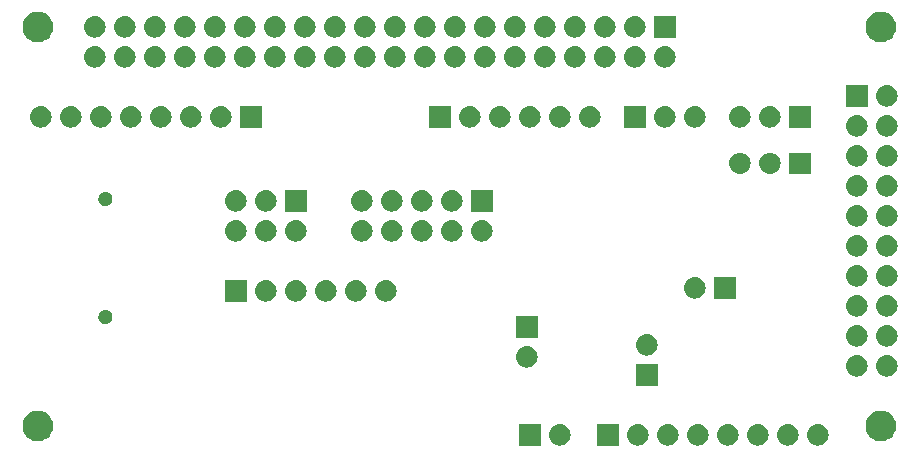
<source format=gbr>
G04 #@! TF.GenerationSoftware,KiCad,Pcbnew,5.0.2+dfsg1-1*
G04 #@! TF.CreationDate,2019-10-10T10:00:05+02:00*
G04 #@! TF.ProjectId,BEE,4245452e-6b69-4636-9164-5f7063625858,rev?*
G04 #@! TF.SameCoordinates,Original*
G04 #@! TF.FileFunction,Soldermask,Bot*
G04 #@! TF.FilePolarity,Negative*
%FSLAX46Y46*%
G04 Gerber Fmt 4.6, Leading zero omitted, Abs format (unit mm)*
G04 Created by KiCad (PCBNEW 5.0.2+dfsg1-1) date Thu 10 Oct 2019 10:00:05 AM CEST*
%MOMM*%
%LPD*%
G01*
G04 APERTURE LIST*
%ADD10C,0.100000*%
G04 APERTURE END LIST*
D10*
G36*
X165784588Y-116714234D02*
X165954389Y-116765743D01*
X166110879Y-116849389D01*
X166248043Y-116961957D01*
X166360611Y-117099121D01*
X166444257Y-117255611D01*
X166495766Y-117425412D01*
X166513158Y-117602000D01*
X166495766Y-117778588D01*
X166444257Y-117948389D01*
X166360611Y-118104879D01*
X166248043Y-118242043D01*
X166110879Y-118354611D01*
X165954389Y-118438257D01*
X165784588Y-118489766D01*
X165652249Y-118502800D01*
X165563751Y-118502800D01*
X165431412Y-118489766D01*
X165261611Y-118438257D01*
X165105121Y-118354611D01*
X164967957Y-118242043D01*
X164855389Y-118104879D01*
X164771743Y-117948389D01*
X164720234Y-117778588D01*
X164702842Y-117602000D01*
X164720234Y-117425412D01*
X164771743Y-117255611D01*
X164855389Y-117099121D01*
X164967957Y-116961957D01*
X165105121Y-116849389D01*
X165261611Y-116765743D01*
X165431412Y-116714234D01*
X165563751Y-116701200D01*
X165652249Y-116701200D01*
X165784588Y-116714234D01*
X165784588Y-116714234D01*
G37*
G36*
X163244588Y-116714234D02*
X163414389Y-116765743D01*
X163570879Y-116849389D01*
X163708043Y-116961957D01*
X163820611Y-117099121D01*
X163904257Y-117255611D01*
X163955766Y-117425412D01*
X163973158Y-117602000D01*
X163955766Y-117778588D01*
X163904257Y-117948389D01*
X163820611Y-118104879D01*
X163708043Y-118242043D01*
X163570879Y-118354611D01*
X163414389Y-118438257D01*
X163244588Y-118489766D01*
X163112249Y-118502800D01*
X163023751Y-118502800D01*
X162891412Y-118489766D01*
X162721611Y-118438257D01*
X162565121Y-118354611D01*
X162427957Y-118242043D01*
X162315389Y-118104879D01*
X162231743Y-117948389D01*
X162180234Y-117778588D01*
X162162842Y-117602000D01*
X162180234Y-117425412D01*
X162231743Y-117255611D01*
X162315389Y-117099121D01*
X162427957Y-116961957D01*
X162565121Y-116849389D01*
X162721611Y-116765743D01*
X162891412Y-116714234D01*
X163023751Y-116701200D01*
X163112249Y-116701200D01*
X163244588Y-116714234D01*
X163244588Y-116714234D01*
G37*
G36*
X142124800Y-118502800D02*
X140323200Y-118502800D01*
X140323200Y-116701200D01*
X142124800Y-116701200D01*
X142124800Y-118502800D01*
X142124800Y-118502800D01*
G37*
G36*
X143940588Y-116714234D02*
X144110389Y-116765743D01*
X144266879Y-116849389D01*
X144404043Y-116961957D01*
X144516611Y-117099121D01*
X144600257Y-117255611D01*
X144651766Y-117425412D01*
X144669158Y-117602000D01*
X144651766Y-117778588D01*
X144600257Y-117948389D01*
X144516611Y-118104879D01*
X144404043Y-118242043D01*
X144266879Y-118354611D01*
X144110389Y-118438257D01*
X143940588Y-118489766D01*
X143808249Y-118502800D01*
X143719751Y-118502800D01*
X143587412Y-118489766D01*
X143417611Y-118438257D01*
X143261121Y-118354611D01*
X143123957Y-118242043D01*
X143011389Y-118104879D01*
X142927743Y-117948389D01*
X142876234Y-117778588D01*
X142858842Y-117602000D01*
X142876234Y-117425412D01*
X142927743Y-117255611D01*
X143011389Y-117099121D01*
X143123957Y-116961957D01*
X143261121Y-116849389D01*
X143417611Y-116765743D01*
X143587412Y-116714234D01*
X143719751Y-116701200D01*
X143808249Y-116701200D01*
X143940588Y-116714234D01*
X143940588Y-116714234D01*
G37*
G36*
X160704588Y-116714234D02*
X160874389Y-116765743D01*
X161030879Y-116849389D01*
X161168043Y-116961957D01*
X161280611Y-117099121D01*
X161364257Y-117255611D01*
X161415766Y-117425412D01*
X161433158Y-117602000D01*
X161415766Y-117778588D01*
X161364257Y-117948389D01*
X161280611Y-118104879D01*
X161168043Y-118242043D01*
X161030879Y-118354611D01*
X160874389Y-118438257D01*
X160704588Y-118489766D01*
X160572249Y-118502800D01*
X160483751Y-118502800D01*
X160351412Y-118489766D01*
X160181611Y-118438257D01*
X160025121Y-118354611D01*
X159887957Y-118242043D01*
X159775389Y-118104879D01*
X159691743Y-117948389D01*
X159640234Y-117778588D01*
X159622842Y-117602000D01*
X159640234Y-117425412D01*
X159691743Y-117255611D01*
X159775389Y-117099121D01*
X159887957Y-116961957D01*
X160025121Y-116849389D01*
X160181611Y-116765743D01*
X160351412Y-116714234D01*
X160483751Y-116701200D01*
X160572249Y-116701200D01*
X160704588Y-116714234D01*
X160704588Y-116714234D01*
G37*
G36*
X158164588Y-116714234D02*
X158334389Y-116765743D01*
X158490879Y-116849389D01*
X158628043Y-116961957D01*
X158740611Y-117099121D01*
X158824257Y-117255611D01*
X158875766Y-117425412D01*
X158893158Y-117602000D01*
X158875766Y-117778588D01*
X158824257Y-117948389D01*
X158740611Y-118104879D01*
X158628043Y-118242043D01*
X158490879Y-118354611D01*
X158334389Y-118438257D01*
X158164588Y-118489766D01*
X158032249Y-118502800D01*
X157943751Y-118502800D01*
X157811412Y-118489766D01*
X157641611Y-118438257D01*
X157485121Y-118354611D01*
X157347957Y-118242043D01*
X157235389Y-118104879D01*
X157151743Y-117948389D01*
X157100234Y-117778588D01*
X157082842Y-117602000D01*
X157100234Y-117425412D01*
X157151743Y-117255611D01*
X157235389Y-117099121D01*
X157347957Y-116961957D01*
X157485121Y-116849389D01*
X157641611Y-116765743D01*
X157811412Y-116714234D01*
X157943751Y-116701200D01*
X158032249Y-116701200D01*
X158164588Y-116714234D01*
X158164588Y-116714234D01*
G37*
G36*
X155624588Y-116714234D02*
X155794389Y-116765743D01*
X155950879Y-116849389D01*
X156088043Y-116961957D01*
X156200611Y-117099121D01*
X156284257Y-117255611D01*
X156335766Y-117425412D01*
X156353158Y-117602000D01*
X156335766Y-117778588D01*
X156284257Y-117948389D01*
X156200611Y-118104879D01*
X156088043Y-118242043D01*
X155950879Y-118354611D01*
X155794389Y-118438257D01*
X155624588Y-118489766D01*
X155492249Y-118502800D01*
X155403751Y-118502800D01*
X155271412Y-118489766D01*
X155101611Y-118438257D01*
X154945121Y-118354611D01*
X154807957Y-118242043D01*
X154695389Y-118104879D01*
X154611743Y-117948389D01*
X154560234Y-117778588D01*
X154542842Y-117602000D01*
X154560234Y-117425412D01*
X154611743Y-117255611D01*
X154695389Y-117099121D01*
X154807957Y-116961957D01*
X154945121Y-116849389D01*
X155101611Y-116765743D01*
X155271412Y-116714234D01*
X155403751Y-116701200D01*
X155492249Y-116701200D01*
X155624588Y-116714234D01*
X155624588Y-116714234D01*
G37*
G36*
X153084588Y-116714234D02*
X153254389Y-116765743D01*
X153410879Y-116849389D01*
X153548043Y-116961957D01*
X153660611Y-117099121D01*
X153744257Y-117255611D01*
X153795766Y-117425412D01*
X153813158Y-117602000D01*
X153795766Y-117778588D01*
X153744257Y-117948389D01*
X153660611Y-118104879D01*
X153548043Y-118242043D01*
X153410879Y-118354611D01*
X153254389Y-118438257D01*
X153084588Y-118489766D01*
X152952249Y-118502800D01*
X152863751Y-118502800D01*
X152731412Y-118489766D01*
X152561611Y-118438257D01*
X152405121Y-118354611D01*
X152267957Y-118242043D01*
X152155389Y-118104879D01*
X152071743Y-117948389D01*
X152020234Y-117778588D01*
X152002842Y-117602000D01*
X152020234Y-117425412D01*
X152071743Y-117255611D01*
X152155389Y-117099121D01*
X152267957Y-116961957D01*
X152405121Y-116849389D01*
X152561611Y-116765743D01*
X152731412Y-116714234D01*
X152863751Y-116701200D01*
X152952249Y-116701200D01*
X153084588Y-116714234D01*
X153084588Y-116714234D01*
G37*
G36*
X150544588Y-116714234D02*
X150714389Y-116765743D01*
X150870879Y-116849389D01*
X151008043Y-116961957D01*
X151120611Y-117099121D01*
X151204257Y-117255611D01*
X151255766Y-117425412D01*
X151273158Y-117602000D01*
X151255766Y-117778588D01*
X151204257Y-117948389D01*
X151120611Y-118104879D01*
X151008043Y-118242043D01*
X150870879Y-118354611D01*
X150714389Y-118438257D01*
X150544588Y-118489766D01*
X150412249Y-118502800D01*
X150323751Y-118502800D01*
X150191412Y-118489766D01*
X150021611Y-118438257D01*
X149865121Y-118354611D01*
X149727957Y-118242043D01*
X149615389Y-118104879D01*
X149531743Y-117948389D01*
X149480234Y-117778588D01*
X149462842Y-117602000D01*
X149480234Y-117425412D01*
X149531743Y-117255611D01*
X149615389Y-117099121D01*
X149727957Y-116961957D01*
X149865121Y-116849389D01*
X150021611Y-116765743D01*
X150191412Y-116714234D01*
X150323751Y-116701200D01*
X150412249Y-116701200D01*
X150544588Y-116714234D01*
X150544588Y-116714234D01*
G37*
G36*
X148728800Y-118502800D02*
X146927200Y-118502800D01*
X146927200Y-116701200D01*
X148728800Y-116701200D01*
X148728800Y-118502800D01*
X148728800Y-118502800D01*
G37*
G36*
X171321429Y-115589189D02*
X171558160Y-115687246D01*
X171771212Y-115829603D01*
X171952397Y-116010788D01*
X172094754Y-116223840D01*
X172192811Y-116460571D01*
X172242800Y-116711882D01*
X172242800Y-116968118D01*
X172192811Y-117219429D01*
X172094754Y-117456160D01*
X171952397Y-117669212D01*
X171771212Y-117850397D01*
X171558160Y-117992754D01*
X171321429Y-118090811D01*
X171070118Y-118140800D01*
X170813882Y-118140800D01*
X170562571Y-118090811D01*
X170325840Y-117992754D01*
X170112788Y-117850397D01*
X169931603Y-117669212D01*
X169789246Y-117456160D01*
X169691189Y-117219429D01*
X169641200Y-116968118D01*
X169641200Y-116711882D01*
X169691189Y-116460571D01*
X169789246Y-116223840D01*
X169931603Y-116010788D01*
X170112788Y-115829603D01*
X170325840Y-115687246D01*
X170562571Y-115589189D01*
X170813882Y-115539200D01*
X171070118Y-115539200D01*
X171321429Y-115589189D01*
X171321429Y-115589189D01*
G37*
G36*
X99947429Y-115589189D02*
X100184160Y-115687246D01*
X100397212Y-115829603D01*
X100578397Y-116010788D01*
X100720754Y-116223840D01*
X100818811Y-116460571D01*
X100868800Y-116711882D01*
X100868800Y-116968118D01*
X100818811Y-117219429D01*
X100720754Y-117456160D01*
X100578397Y-117669212D01*
X100397212Y-117850397D01*
X100184160Y-117992754D01*
X99947429Y-118090811D01*
X99696118Y-118140800D01*
X99439882Y-118140800D01*
X99188571Y-118090811D01*
X98951840Y-117992754D01*
X98738788Y-117850397D01*
X98557603Y-117669212D01*
X98415246Y-117456160D01*
X98317189Y-117219429D01*
X98267200Y-116968118D01*
X98267200Y-116711882D01*
X98317189Y-116460571D01*
X98415246Y-116223840D01*
X98557603Y-116010788D01*
X98738788Y-115829603D01*
X98951840Y-115687246D01*
X99188571Y-115589189D01*
X99439882Y-115539200D01*
X99696118Y-115539200D01*
X99947429Y-115589189D01*
X99947429Y-115589189D01*
G37*
G36*
X152030800Y-113422800D02*
X150229200Y-113422800D01*
X150229200Y-111621200D01*
X152030800Y-111621200D01*
X152030800Y-113422800D01*
X152030800Y-113422800D01*
G37*
G36*
X171626588Y-110872234D02*
X171796389Y-110923743D01*
X171952879Y-111007389D01*
X172090043Y-111119957D01*
X172202611Y-111257121D01*
X172286257Y-111413611D01*
X172337766Y-111583412D01*
X172355158Y-111760000D01*
X172337766Y-111936588D01*
X172286257Y-112106389D01*
X172202611Y-112262879D01*
X172090043Y-112400043D01*
X171952879Y-112512611D01*
X171796389Y-112596257D01*
X171626588Y-112647766D01*
X171494249Y-112660800D01*
X171405751Y-112660800D01*
X171273412Y-112647766D01*
X171103611Y-112596257D01*
X170947121Y-112512611D01*
X170809957Y-112400043D01*
X170697389Y-112262879D01*
X170613743Y-112106389D01*
X170562234Y-111936588D01*
X170544842Y-111760000D01*
X170562234Y-111583412D01*
X170613743Y-111413611D01*
X170697389Y-111257121D01*
X170809957Y-111119957D01*
X170947121Y-111007389D01*
X171103611Y-110923743D01*
X171273412Y-110872234D01*
X171405751Y-110859200D01*
X171494249Y-110859200D01*
X171626588Y-110872234D01*
X171626588Y-110872234D01*
G37*
G36*
X169086588Y-110872234D02*
X169256389Y-110923743D01*
X169412879Y-111007389D01*
X169550043Y-111119957D01*
X169662611Y-111257121D01*
X169746257Y-111413611D01*
X169797766Y-111583412D01*
X169815158Y-111760000D01*
X169797766Y-111936588D01*
X169746257Y-112106389D01*
X169662611Y-112262879D01*
X169550043Y-112400043D01*
X169412879Y-112512611D01*
X169256389Y-112596257D01*
X169086588Y-112647766D01*
X168954249Y-112660800D01*
X168865751Y-112660800D01*
X168733412Y-112647766D01*
X168563611Y-112596257D01*
X168407121Y-112512611D01*
X168269957Y-112400043D01*
X168157389Y-112262879D01*
X168073743Y-112106389D01*
X168022234Y-111936588D01*
X168004842Y-111760000D01*
X168022234Y-111583412D01*
X168073743Y-111413611D01*
X168157389Y-111257121D01*
X168269957Y-111119957D01*
X168407121Y-111007389D01*
X168563611Y-110923743D01*
X168733412Y-110872234D01*
X168865751Y-110859200D01*
X168954249Y-110859200D01*
X169086588Y-110872234D01*
X169086588Y-110872234D01*
G37*
G36*
X141146588Y-110110234D02*
X141316389Y-110161743D01*
X141472879Y-110245389D01*
X141610043Y-110357957D01*
X141722611Y-110495121D01*
X141806257Y-110651611D01*
X141857766Y-110821412D01*
X141875158Y-110998000D01*
X141857766Y-111174588D01*
X141806257Y-111344389D01*
X141722611Y-111500879D01*
X141610043Y-111638043D01*
X141472879Y-111750611D01*
X141316389Y-111834257D01*
X141146588Y-111885766D01*
X141014249Y-111898800D01*
X140925751Y-111898800D01*
X140793412Y-111885766D01*
X140623611Y-111834257D01*
X140467121Y-111750611D01*
X140329957Y-111638043D01*
X140217389Y-111500879D01*
X140133743Y-111344389D01*
X140082234Y-111174588D01*
X140064842Y-110998000D01*
X140082234Y-110821412D01*
X140133743Y-110651611D01*
X140217389Y-110495121D01*
X140329957Y-110357957D01*
X140467121Y-110245389D01*
X140623611Y-110161743D01*
X140793412Y-110110234D01*
X140925751Y-110097200D01*
X141014249Y-110097200D01*
X141146588Y-110110234D01*
X141146588Y-110110234D01*
G37*
G36*
X151306588Y-109094234D02*
X151476389Y-109145743D01*
X151632879Y-109229389D01*
X151770043Y-109341957D01*
X151882611Y-109479121D01*
X151966257Y-109635611D01*
X152017766Y-109805412D01*
X152035158Y-109982000D01*
X152017766Y-110158588D01*
X151966257Y-110328389D01*
X151882611Y-110484879D01*
X151770043Y-110622043D01*
X151632879Y-110734611D01*
X151476389Y-110818257D01*
X151306588Y-110869766D01*
X151174249Y-110882800D01*
X151085751Y-110882800D01*
X150953412Y-110869766D01*
X150783611Y-110818257D01*
X150627121Y-110734611D01*
X150489957Y-110622043D01*
X150377389Y-110484879D01*
X150293743Y-110328389D01*
X150242234Y-110158588D01*
X150224842Y-109982000D01*
X150242234Y-109805412D01*
X150293743Y-109635611D01*
X150377389Y-109479121D01*
X150489957Y-109341957D01*
X150627121Y-109229389D01*
X150783611Y-109145743D01*
X150953412Y-109094234D01*
X151085751Y-109081200D01*
X151174249Y-109081200D01*
X151306588Y-109094234D01*
X151306588Y-109094234D01*
G37*
G36*
X169086588Y-108332234D02*
X169256389Y-108383743D01*
X169412879Y-108467389D01*
X169550043Y-108579957D01*
X169662611Y-108717121D01*
X169746257Y-108873611D01*
X169797766Y-109043412D01*
X169815158Y-109220000D01*
X169797766Y-109396588D01*
X169746257Y-109566389D01*
X169662611Y-109722879D01*
X169550043Y-109860043D01*
X169412879Y-109972611D01*
X169256389Y-110056257D01*
X169086588Y-110107766D01*
X168954249Y-110120800D01*
X168865751Y-110120800D01*
X168733412Y-110107766D01*
X168563611Y-110056257D01*
X168407121Y-109972611D01*
X168269957Y-109860043D01*
X168157389Y-109722879D01*
X168073743Y-109566389D01*
X168022234Y-109396588D01*
X168004842Y-109220000D01*
X168022234Y-109043412D01*
X168073743Y-108873611D01*
X168157389Y-108717121D01*
X168269957Y-108579957D01*
X168407121Y-108467389D01*
X168563611Y-108383743D01*
X168733412Y-108332234D01*
X168865751Y-108319200D01*
X168954249Y-108319200D01*
X169086588Y-108332234D01*
X169086588Y-108332234D01*
G37*
G36*
X171626588Y-108332234D02*
X171796389Y-108383743D01*
X171952879Y-108467389D01*
X172090043Y-108579957D01*
X172202611Y-108717121D01*
X172286257Y-108873611D01*
X172337766Y-109043412D01*
X172355158Y-109220000D01*
X172337766Y-109396588D01*
X172286257Y-109566389D01*
X172202611Y-109722879D01*
X172090043Y-109860043D01*
X171952879Y-109972611D01*
X171796389Y-110056257D01*
X171626588Y-110107766D01*
X171494249Y-110120800D01*
X171405751Y-110120800D01*
X171273412Y-110107766D01*
X171103611Y-110056257D01*
X170947121Y-109972611D01*
X170809957Y-109860043D01*
X170697389Y-109722879D01*
X170613743Y-109566389D01*
X170562234Y-109396588D01*
X170544842Y-109220000D01*
X170562234Y-109043412D01*
X170613743Y-108873611D01*
X170697389Y-108717121D01*
X170809957Y-108579957D01*
X170947121Y-108467389D01*
X171103611Y-108383743D01*
X171273412Y-108332234D01*
X171405751Y-108319200D01*
X171494249Y-108319200D01*
X171626588Y-108332234D01*
X171626588Y-108332234D01*
G37*
G36*
X141870800Y-109358800D02*
X140069200Y-109358800D01*
X140069200Y-107557200D01*
X141870800Y-107557200D01*
X141870800Y-109358800D01*
X141870800Y-109358800D01*
G37*
G36*
X105458247Y-107038288D02*
X105567586Y-107083578D01*
X105665988Y-107149328D01*
X105749672Y-107233012D01*
X105815422Y-107331414D01*
X105860712Y-107440753D01*
X105883800Y-107556826D01*
X105883800Y-107675174D01*
X105860712Y-107791247D01*
X105815422Y-107900586D01*
X105749672Y-107998988D01*
X105665988Y-108082672D01*
X105567586Y-108148422D01*
X105458247Y-108193712D01*
X105342174Y-108216800D01*
X105223826Y-108216800D01*
X105107753Y-108193712D01*
X104998414Y-108148422D01*
X104900012Y-108082672D01*
X104816328Y-107998988D01*
X104750578Y-107900586D01*
X104705288Y-107791247D01*
X104682200Y-107675174D01*
X104682200Y-107556826D01*
X104705288Y-107440753D01*
X104750578Y-107331414D01*
X104816328Y-107233012D01*
X104900012Y-107149328D01*
X104998414Y-107083578D01*
X105107753Y-107038288D01*
X105223826Y-107015200D01*
X105342174Y-107015200D01*
X105458247Y-107038288D01*
X105458247Y-107038288D01*
G37*
G36*
X169086588Y-105792234D02*
X169256389Y-105843743D01*
X169412879Y-105927389D01*
X169550043Y-106039957D01*
X169662611Y-106177121D01*
X169746257Y-106333611D01*
X169797766Y-106503412D01*
X169815158Y-106680000D01*
X169797766Y-106856588D01*
X169746257Y-107026389D01*
X169662611Y-107182879D01*
X169550043Y-107320043D01*
X169412879Y-107432611D01*
X169256389Y-107516257D01*
X169086588Y-107567766D01*
X168954249Y-107580800D01*
X168865751Y-107580800D01*
X168733412Y-107567766D01*
X168563611Y-107516257D01*
X168407121Y-107432611D01*
X168269957Y-107320043D01*
X168157389Y-107182879D01*
X168073743Y-107026389D01*
X168022234Y-106856588D01*
X168004842Y-106680000D01*
X168022234Y-106503412D01*
X168073743Y-106333611D01*
X168157389Y-106177121D01*
X168269957Y-106039957D01*
X168407121Y-105927389D01*
X168563611Y-105843743D01*
X168733412Y-105792234D01*
X168865751Y-105779200D01*
X168954249Y-105779200D01*
X169086588Y-105792234D01*
X169086588Y-105792234D01*
G37*
G36*
X171626588Y-105792234D02*
X171796389Y-105843743D01*
X171952879Y-105927389D01*
X172090043Y-106039957D01*
X172202611Y-106177121D01*
X172286257Y-106333611D01*
X172337766Y-106503412D01*
X172355158Y-106680000D01*
X172337766Y-106856588D01*
X172286257Y-107026389D01*
X172202611Y-107182879D01*
X172090043Y-107320043D01*
X171952879Y-107432611D01*
X171796389Y-107516257D01*
X171626588Y-107567766D01*
X171494249Y-107580800D01*
X171405751Y-107580800D01*
X171273412Y-107567766D01*
X171103611Y-107516257D01*
X170947121Y-107432611D01*
X170809957Y-107320043D01*
X170697389Y-107182879D01*
X170613743Y-107026389D01*
X170562234Y-106856588D01*
X170544842Y-106680000D01*
X170562234Y-106503412D01*
X170613743Y-106333611D01*
X170697389Y-106177121D01*
X170809957Y-106039957D01*
X170947121Y-105927389D01*
X171103611Y-105843743D01*
X171273412Y-105792234D01*
X171405751Y-105779200D01*
X171494249Y-105779200D01*
X171626588Y-105792234D01*
X171626588Y-105792234D01*
G37*
G36*
X124128588Y-104522234D02*
X124298389Y-104573743D01*
X124454879Y-104657389D01*
X124592043Y-104769957D01*
X124704611Y-104907121D01*
X124788257Y-105063611D01*
X124839766Y-105233412D01*
X124857158Y-105410000D01*
X124839766Y-105586588D01*
X124788257Y-105756389D01*
X124704611Y-105912879D01*
X124592043Y-106050043D01*
X124454879Y-106162611D01*
X124298389Y-106246257D01*
X124128588Y-106297766D01*
X123996249Y-106310800D01*
X123907751Y-106310800D01*
X123775412Y-106297766D01*
X123605611Y-106246257D01*
X123449121Y-106162611D01*
X123311957Y-106050043D01*
X123199389Y-105912879D01*
X123115743Y-105756389D01*
X123064234Y-105586588D01*
X123046842Y-105410000D01*
X123064234Y-105233412D01*
X123115743Y-105063611D01*
X123199389Y-104907121D01*
X123311957Y-104769957D01*
X123449121Y-104657389D01*
X123605611Y-104573743D01*
X123775412Y-104522234D01*
X123907751Y-104509200D01*
X123996249Y-104509200D01*
X124128588Y-104522234D01*
X124128588Y-104522234D01*
G37*
G36*
X126668588Y-104522234D02*
X126838389Y-104573743D01*
X126994879Y-104657389D01*
X127132043Y-104769957D01*
X127244611Y-104907121D01*
X127328257Y-105063611D01*
X127379766Y-105233412D01*
X127397158Y-105410000D01*
X127379766Y-105586588D01*
X127328257Y-105756389D01*
X127244611Y-105912879D01*
X127132043Y-106050043D01*
X126994879Y-106162611D01*
X126838389Y-106246257D01*
X126668588Y-106297766D01*
X126536249Y-106310800D01*
X126447751Y-106310800D01*
X126315412Y-106297766D01*
X126145611Y-106246257D01*
X125989121Y-106162611D01*
X125851957Y-106050043D01*
X125739389Y-105912879D01*
X125655743Y-105756389D01*
X125604234Y-105586588D01*
X125586842Y-105410000D01*
X125604234Y-105233412D01*
X125655743Y-105063611D01*
X125739389Y-104907121D01*
X125851957Y-104769957D01*
X125989121Y-104657389D01*
X126145611Y-104573743D01*
X126315412Y-104522234D01*
X126447751Y-104509200D01*
X126536249Y-104509200D01*
X126668588Y-104522234D01*
X126668588Y-104522234D01*
G37*
G36*
X129208588Y-104522234D02*
X129378389Y-104573743D01*
X129534879Y-104657389D01*
X129672043Y-104769957D01*
X129784611Y-104907121D01*
X129868257Y-105063611D01*
X129919766Y-105233412D01*
X129937158Y-105410000D01*
X129919766Y-105586588D01*
X129868257Y-105756389D01*
X129784611Y-105912879D01*
X129672043Y-106050043D01*
X129534879Y-106162611D01*
X129378389Y-106246257D01*
X129208588Y-106297766D01*
X129076249Y-106310800D01*
X128987751Y-106310800D01*
X128855412Y-106297766D01*
X128685611Y-106246257D01*
X128529121Y-106162611D01*
X128391957Y-106050043D01*
X128279389Y-105912879D01*
X128195743Y-105756389D01*
X128144234Y-105586588D01*
X128126842Y-105410000D01*
X128144234Y-105233412D01*
X128195743Y-105063611D01*
X128279389Y-104907121D01*
X128391957Y-104769957D01*
X128529121Y-104657389D01*
X128685611Y-104573743D01*
X128855412Y-104522234D01*
X128987751Y-104509200D01*
X129076249Y-104509200D01*
X129208588Y-104522234D01*
X129208588Y-104522234D01*
G37*
G36*
X121588588Y-104522234D02*
X121758389Y-104573743D01*
X121914879Y-104657389D01*
X122052043Y-104769957D01*
X122164611Y-104907121D01*
X122248257Y-105063611D01*
X122299766Y-105233412D01*
X122317158Y-105410000D01*
X122299766Y-105586588D01*
X122248257Y-105756389D01*
X122164611Y-105912879D01*
X122052043Y-106050043D01*
X121914879Y-106162611D01*
X121758389Y-106246257D01*
X121588588Y-106297766D01*
X121456249Y-106310800D01*
X121367751Y-106310800D01*
X121235412Y-106297766D01*
X121065611Y-106246257D01*
X120909121Y-106162611D01*
X120771957Y-106050043D01*
X120659389Y-105912879D01*
X120575743Y-105756389D01*
X120524234Y-105586588D01*
X120506842Y-105410000D01*
X120524234Y-105233412D01*
X120575743Y-105063611D01*
X120659389Y-104907121D01*
X120771957Y-104769957D01*
X120909121Y-104657389D01*
X121065611Y-104573743D01*
X121235412Y-104522234D01*
X121367751Y-104509200D01*
X121456249Y-104509200D01*
X121588588Y-104522234D01*
X121588588Y-104522234D01*
G37*
G36*
X119048588Y-104522234D02*
X119218389Y-104573743D01*
X119374879Y-104657389D01*
X119512043Y-104769957D01*
X119624611Y-104907121D01*
X119708257Y-105063611D01*
X119759766Y-105233412D01*
X119777158Y-105410000D01*
X119759766Y-105586588D01*
X119708257Y-105756389D01*
X119624611Y-105912879D01*
X119512043Y-106050043D01*
X119374879Y-106162611D01*
X119218389Y-106246257D01*
X119048588Y-106297766D01*
X118916249Y-106310800D01*
X118827751Y-106310800D01*
X118695412Y-106297766D01*
X118525611Y-106246257D01*
X118369121Y-106162611D01*
X118231957Y-106050043D01*
X118119389Y-105912879D01*
X118035743Y-105756389D01*
X117984234Y-105586588D01*
X117966842Y-105410000D01*
X117984234Y-105233412D01*
X118035743Y-105063611D01*
X118119389Y-104907121D01*
X118231957Y-104769957D01*
X118369121Y-104657389D01*
X118525611Y-104573743D01*
X118695412Y-104522234D01*
X118827751Y-104509200D01*
X118916249Y-104509200D01*
X119048588Y-104522234D01*
X119048588Y-104522234D01*
G37*
G36*
X117232800Y-106310800D02*
X115431200Y-106310800D01*
X115431200Y-104509200D01*
X117232800Y-104509200D01*
X117232800Y-106310800D01*
X117232800Y-106310800D01*
G37*
G36*
X155370588Y-104268234D02*
X155540389Y-104319743D01*
X155696879Y-104403389D01*
X155834043Y-104515957D01*
X155946611Y-104653121D01*
X156030257Y-104809611D01*
X156081766Y-104979412D01*
X156099158Y-105156000D01*
X156081766Y-105332588D01*
X156030257Y-105502389D01*
X155946611Y-105658879D01*
X155834043Y-105796043D01*
X155696879Y-105908611D01*
X155540389Y-105992257D01*
X155370588Y-106043766D01*
X155238249Y-106056800D01*
X155149751Y-106056800D01*
X155017412Y-106043766D01*
X154847611Y-105992257D01*
X154691121Y-105908611D01*
X154553957Y-105796043D01*
X154441389Y-105658879D01*
X154357743Y-105502389D01*
X154306234Y-105332588D01*
X154288842Y-105156000D01*
X154306234Y-104979412D01*
X154357743Y-104809611D01*
X154441389Y-104653121D01*
X154553957Y-104515957D01*
X154691121Y-104403389D01*
X154847611Y-104319743D01*
X155017412Y-104268234D01*
X155149751Y-104255200D01*
X155238249Y-104255200D01*
X155370588Y-104268234D01*
X155370588Y-104268234D01*
G37*
G36*
X158634800Y-106056800D02*
X156833200Y-106056800D01*
X156833200Y-104255200D01*
X158634800Y-104255200D01*
X158634800Y-106056800D01*
X158634800Y-106056800D01*
G37*
G36*
X171626588Y-103252234D02*
X171796389Y-103303743D01*
X171952879Y-103387389D01*
X172090043Y-103499957D01*
X172202611Y-103637121D01*
X172286257Y-103793611D01*
X172337766Y-103963412D01*
X172355158Y-104140000D01*
X172337766Y-104316588D01*
X172286257Y-104486389D01*
X172202611Y-104642879D01*
X172090043Y-104780043D01*
X171952879Y-104892611D01*
X171796389Y-104976257D01*
X171626588Y-105027766D01*
X171494249Y-105040800D01*
X171405751Y-105040800D01*
X171273412Y-105027766D01*
X171103611Y-104976257D01*
X170947121Y-104892611D01*
X170809957Y-104780043D01*
X170697389Y-104642879D01*
X170613743Y-104486389D01*
X170562234Y-104316588D01*
X170544842Y-104140000D01*
X170562234Y-103963412D01*
X170613743Y-103793611D01*
X170697389Y-103637121D01*
X170809957Y-103499957D01*
X170947121Y-103387389D01*
X171103611Y-103303743D01*
X171273412Y-103252234D01*
X171405751Y-103239200D01*
X171494249Y-103239200D01*
X171626588Y-103252234D01*
X171626588Y-103252234D01*
G37*
G36*
X169086588Y-103252234D02*
X169256389Y-103303743D01*
X169412879Y-103387389D01*
X169550043Y-103499957D01*
X169662611Y-103637121D01*
X169746257Y-103793611D01*
X169797766Y-103963412D01*
X169815158Y-104140000D01*
X169797766Y-104316588D01*
X169746257Y-104486389D01*
X169662611Y-104642879D01*
X169550043Y-104780043D01*
X169412879Y-104892611D01*
X169256389Y-104976257D01*
X169086588Y-105027766D01*
X168954249Y-105040800D01*
X168865751Y-105040800D01*
X168733412Y-105027766D01*
X168563611Y-104976257D01*
X168407121Y-104892611D01*
X168269957Y-104780043D01*
X168157389Y-104642879D01*
X168073743Y-104486389D01*
X168022234Y-104316588D01*
X168004842Y-104140000D01*
X168022234Y-103963412D01*
X168073743Y-103793611D01*
X168157389Y-103637121D01*
X168269957Y-103499957D01*
X168407121Y-103387389D01*
X168563611Y-103303743D01*
X168733412Y-103252234D01*
X168865751Y-103239200D01*
X168954249Y-103239200D01*
X169086588Y-103252234D01*
X169086588Y-103252234D01*
G37*
G36*
X169086588Y-100712234D02*
X169256389Y-100763743D01*
X169412879Y-100847389D01*
X169550043Y-100959957D01*
X169662611Y-101097121D01*
X169746257Y-101253611D01*
X169797766Y-101423412D01*
X169815158Y-101600000D01*
X169797766Y-101776588D01*
X169746257Y-101946389D01*
X169662611Y-102102879D01*
X169550043Y-102240043D01*
X169412879Y-102352611D01*
X169256389Y-102436257D01*
X169086588Y-102487766D01*
X168954249Y-102500800D01*
X168865751Y-102500800D01*
X168733412Y-102487766D01*
X168563611Y-102436257D01*
X168407121Y-102352611D01*
X168269957Y-102240043D01*
X168157389Y-102102879D01*
X168073743Y-101946389D01*
X168022234Y-101776588D01*
X168004842Y-101600000D01*
X168022234Y-101423412D01*
X168073743Y-101253611D01*
X168157389Y-101097121D01*
X168269957Y-100959957D01*
X168407121Y-100847389D01*
X168563611Y-100763743D01*
X168733412Y-100712234D01*
X168865751Y-100699200D01*
X168954249Y-100699200D01*
X169086588Y-100712234D01*
X169086588Y-100712234D01*
G37*
G36*
X171626588Y-100712234D02*
X171796389Y-100763743D01*
X171952879Y-100847389D01*
X172090043Y-100959957D01*
X172202611Y-101097121D01*
X172286257Y-101253611D01*
X172337766Y-101423412D01*
X172355158Y-101600000D01*
X172337766Y-101776588D01*
X172286257Y-101946389D01*
X172202611Y-102102879D01*
X172090043Y-102240043D01*
X171952879Y-102352611D01*
X171796389Y-102436257D01*
X171626588Y-102487766D01*
X171494249Y-102500800D01*
X171405751Y-102500800D01*
X171273412Y-102487766D01*
X171103611Y-102436257D01*
X170947121Y-102352611D01*
X170809957Y-102240043D01*
X170697389Y-102102879D01*
X170613743Y-101946389D01*
X170562234Y-101776588D01*
X170544842Y-101600000D01*
X170562234Y-101423412D01*
X170613743Y-101253611D01*
X170697389Y-101097121D01*
X170809957Y-100959957D01*
X170947121Y-100847389D01*
X171103611Y-100763743D01*
X171273412Y-100712234D01*
X171405751Y-100699200D01*
X171494249Y-100699200D01*
X171626588Y-100712234D01*
X171626588Y-100712234D01*
G37*
G36*
X137336588Y-99442234D02*
X137506389Y-99493743D01*
X137662879Y-99577389D01*
X137800043Y-99689957D01*
X137912611Y-99827121D01*
X137996257Y-99983611D01*
X138047766Y-100153412D01*
X138065158Y-100330000D01*
X138047766Y-100506588D01*
X137996257Y-100676389D01*
X137912611Y-100832879D01*
X137800043Y-100970043D01*
X137662879Y-101082611D01*
X137506389Y-101166257D01*
X137336588Y-101217766D01*
X137204249Y-101230800D01*
X137115751Y-101230800D01*
X136983412Y-101217766D01*
X136813611Y-101166257D01*
X136657121Y-101082611D01*
X136519957Y-100970043D01*
X136407389Y-100832879D01*
X136323743Y-100676389D01*
X136272234Y-100506588D01*
X136254842Y-100330000D01*
X136272234Y-100153412D01*
X136323743Y-99983611D01*
X136407389Y-99827121D01*
X136519957Y-99689957D01*
X136657121Y-99577389D01*
X136813611Y-99493743D01*
X136983412Y-99442234D01*
X137115751Y-99429200D01*
X137204249Y-99429200D01*
X137336588Y-99442234D01*
X137336588Y-99442234D01*
G37*
G36*
X121588588Y-99442234D02*
X121758389Y-99493743D01*
X121914879Y-99577389D01*
X122052043Y-99689957D01*
X122164611Y-99827121D01*
X122248257Y-99983611D01*
X122299766Y-100153412D01*
X122317158Y-100330000D01*
X122299766Y-100506588D01*
X122248257Y-100676389D01*
X122164611Y-100832879D01*
X122052043Y-100970043D01*
X121914879Y-101082611D01*
X121758389Y-101166257D01*
X121588588Y-101217766D01*
X121456249Y-101230800D01*
X121367751Y-101230800D01*
X121235412Y-101217766D01*
X121065611Y-101166257D01*
X120909121Y-101082611D01*
X120771957Y-100970043D01*
X120659389Y-100832879D01*
X120575743Y-100676389D01*
X120524234Y-100506588D01*
X120506842Y-100330000D01*
X120524234Y-100153412D01*
X120575743Y-99983611D01*
X120659389Y-99827121D01*
X120771957Y-99689957D01*
X120909121Y-99577389D01*
X121065611Y-99493743D01*
X121235412Y-99442234D01*
X121367751Y-99429200D01*
X121456249Y-99429200D01*
X121588588Y-99442234D01*
X121588588Y-99442234D01*
G37*
G36*
X119048588Y-99442234D02*
X119218389Y-99493743D01*
X119374879Y-99577389D01*
X119512043Y-99689957D01*
X119624611Y-99827121D01*
X119708257Y-99983611D01*
X119759766Y-100153412D01*
X119777158Y-100330000D01*
X119759766Y-100506588D01*
X119708257Y-100676389D01*
X119624611Y-100832879D01*
X119512043Y-100970043D01*
X119374879Y-101082611D01*
X119218389Y-101166257D01*
X119048588Y-101217766D01*
X118916249Y-101230800D01*
X118827751Y-101230800D01*
X118695412Y-101217766D01*
X118525611Y-101166257D01*
X118369121Y-101082611D01*
X118231957Y-100970043D01*
X118119389Y-100832879D01*
X118035743Y-100676389D01*
X117984234Y-100506588D01*
X117966842Y-100330000D01*
X117984234Y-100153412D01*
X118035743Y-99983611D01*
X118119389Y-99827121D01*
X118231957Y-99689957D01*
X118369121Y-99577389D01*
X118525611Y-99493743D01*
X118695412Y-99442234D01*
X118827751Y-99429200D01*
X118916249Y-99429200D01*
X119048588Y-99442234D01*
X119048588Y-99442234D01*
G37*
G36*
X116508588Y-99442234D02*
X116678389Y-99493743D01*
X116834879Y-99577389D01*
X116972043Y-99689957D01*
X117084611Y-99827121D01*
X117168257Y-99983611D01*
X117219766Y-100153412D01*
X117237158Y-100330000D01*
X117219766Y-100506588D01*
X117168257Y-100676389D01*
X117084611Y-100832879D01*
X116972043Y-100970043D01*
X116834879Y-101082611D01*
X116678389Y-101166257D01*
X116508588Y-101217766D01*
X116376249Y-101230800D01*
X116287751Y-101230800D01*
X116155412Y-101217766D01*
X115985611Y-101166257D01*
X115829121Y-101082611D01*
X115691957Y-100970043D01*
X115579389Y-100832879D01*
X115495743Y-100676389D01*
X115444234Y-100506588D01*
X115426842Y-100330000D01*
X115444234Y-100153412D01*
X115495743Y-99983611D01*
X115579389Y-99827121D01*
X115691957Y-99689957D01*
X115829121Y-99577389D01*
X115985611Y-99493743D01*
X116155412Y-99442234D01*
X116287751Y-99429200D01*
X116376249Y-99429200D01*
X116508588Y-99442234D01*
X116508588Y-99442234D01*
G37*
G36*
X132256588Y-99442234D02*
X132426389Y-99493743D01*
X132582879Y-99577389D01*
X132720043Y-99689957D01*
X132832611Y-99827121D01*
X132916257Y-99983611D01*
X132967766Y-100153412D01*
X132985158Y-100330000D01*
X132967766Y-100506588D01*
X132916257Y-100676389D01*
X132832611Y-100832879D01*
X132720043Y-100970043D01*
X132582879Y-101082611D01*
X132426389Y-101166257D01*
X132256588Y-101217766D01*
X132124249Y-101230800D01*
X132035751Y-101230800D01*
X131903412Y-101217766D01*
X131733611Y-101166257D01*
X131577121Y-101082611D01*
X131439957Y-100970043D01*
X131327389Y-100832879D01*
X131243743Y-100676389D01*
X131192234Y-100506588D01*
X131174842Y-100330000D01*
X131192234Y-100153412D01*
X131243743Y-99983611D01*
X131327389Y-99827121D01*
X131439957Y-99689957D01*
X131577121Y-99577389D01*
X131733611Y-99493743D01*
X131903412Y-99442234D01*
X132035751Y-99429200D01*
X132124249Y-99429200D01*
X132256588Y-99442234D01*
X132256588Y-99442234D01*
G37*
G36*
X134796588Y-99442234D02*
X134966389Y-99493743D01*
X135122879Y-99577389D01*
X135260043Y-99689957D01*
X135372611Y-99827121D01*
X135456257Y-99983611D01*
X135507766Y-100153412D01*
X135525158Y-100330000D01*
X135507766Y-100506588D01*
X135456257Y-100676389D01*
X135372611Y-100832879D01*
X135260043Y-100970043D01*
X135122879Y-101082611D01*
X134966389Y-101166257D01*
X134796588Y-101217766D01*
X134664249Y-101230800D01*
X134575751Y-101230800D01*
X134443412Y-101217766D01*
X134273611Y-101166257D01*
X134117121Y-101082611D01*
X133979957Y-100970043D01*
X133867389Y-100832879D01*
X133783743Y-100676389D01*
X133732234Y-100506588D01*
X133714842Y-100330000D01*
X133732234Y-100153412D01*
X133783743Y-99983611D01*
X133867389Y-99827121D01*
X133979957Y-99689957D01*
X134117121Y-99577389D01*
X134273611Y-99493743D01*
X134443412Y-99442234D01*
X134575751Y-99429200D01*
X134664249Y-99429200D01*
X134796588Y-99442234D01*
X134796588Y-99442234D01*
G37*
G36*
X127176588Y-99442234D02*
X127346389Y-99493743D01*
X127502879Y-99577389D01*
X127640043Y-99689957D01*
X127752611Y-99827121D01*
X127836257Y-99983611D01*
X127887766Y-100153412D01*
X127905158Y-100330000D01*
X127887766Y-100506588D01*
X127836257Y-100676389D01*
X127752611Y-100832879D01*
X127640043Y-100970043D01*
X127502879Y-101082611D01*
X127346389Y-101166257D01*
X127176588Y-101217766D01*
X127044249Y-101230800D01*
X126955751Y-101230800D01*
X126823412Y-101217766D01*
X126653611Y-101166257D01*
X126497121Y-101082611D01*
X126359957Y-100970043D01*
X126247389Y-100832879D01*
X126163743Y-100676389D01*
X126112234Y-100506588D01*
X126094842Y-100330000D01*
X126112234Y-100153412D01*
X126163743Y-99983611D01*
X126247389Y-99827121D01*
X126359957Y-99689957D01*
X126497121Y-99577389D01*
X126653611Y-99493743D01*
X126823412Y-99442234D01*
X126955751Y-99429200D01*
X127044249Y-99429200D01*
X127176588Y-99442234D01*
X127176588Y-99442234D01*
G37*
G36*
X129716588Y-99442234D02*
X129886389Y-99493743D01*
X130042879Y-99577389D01*
X130180043Y-99689957D01*
X130292611Y-99827121D01*
X130376257Y-99983611D01*
X130427766Y-100153412D01*
X130445158Y-100330000D01*
X130427766Y-100506588D01*
X130376257Y-100676389D01*
X130292611Y-100832879D01*
X130180043Y-100970043D01*
X130042879Y-101082611D01*
X129886389Y-101166257D01*
X129716588Y-101217766D01*
X129584249Y-101230800D01*
X129495751Y-101230800D01*
X129363412Y-101217766D01*
X129193611Y-101166257D01*
X129037121Y-101082611D01*
X128899957Y-100970043D01*
X128787389Y-100832879D01*
X128703743Y-100676389D01*
X128652234Y-100506588D01*
X128634842Y-100330000D01*
X128652234Y-100153412D01*
X128703743Y-99983611D01*
X128787389Y-99827121D01*
X128899957Y-99689957D01*
X129037121Y-99577389D01*
X129193611Y-99493743D01*
X129363412Y-99442234D01*
X129495751Y-99429200D01*
X129584249Y-99429200D01*
X129716588Y-99442234D01*
X129716588Y-99442234D01*
G37*
G36*
X171626588Y-98172234D02*
X171796389Y-98223743D01*
X171952879Y-98307389D01*
X172090043Y-98419957D01*
X172202611Y-98557121D01*
X172286257Y-98713611D01*
X172337766Y-98883412D01*
X172355158Y-99060000D01*
X172337766Y-99236588D01*
X172286257Y-99406389D01*
X172202611Y-99562879D01*
X172090043Y-99700043D01*
X171952879Y-99812611D01*
X171796389Y-99896257D01*
X171626588Y-99947766D01*
X171494249Y-99960800D01*
X171405751Y-99960800D01*
X171273412Y-99947766D01*
X171103611Y-99896257D01*
X170947121Y-99812611D01*
X170809957Y-99700043D01*
X170697389Y-99562879D01*
X170613743Y-99406389D01*
X170562234Y-99236588D01*
X170544842Y-99060000D01*
X170562234Y-98883412D01*
X170613743Y-98713611D01*
X170697389Y-98557121D01*
X170809957Y-98419957D01*
X170947121Y-98307389D01*
X171103611Y-98223743D01*
X171273412Y-98172234D01*
X171405751Y-98159200D01*
X171494249Y-98159200D01*
X171626588Y-98172234D01*
X171626588Y-98172234D01*
G37*
G36*
X169086588Y-98172234D02*
X169256389Y-98223743D01*
X169412879Y-98307389D01*
X169550043Y-98419957D01*
X169662611Y-98557121D01*
X169746257Y-98713611D01*
X169797766Y-98883412D01*
X169815158Y-99060000D01*
X169797766Y-99236588D01*
X169746257Y-99406389D01*
X169662611Y-99562879D01*
X169550043Y-99700043D01*
X169412879Y-99812611D01*
X169256389Y-99896257D01*
X169086588Y-99947766D01*
X168954249Y-99960800D01*
X168865751Y-99960800D01*
X168733412Y-99947766D01*
X168563611Y-99896257D01*
X168407121Y-99812611D01*
X168269957Y-99700043D01*
X168157389Y-99562879D01*
X168073743Y-99406389D01*
X168022234Y-99236588D01*
X168004842Y-99060000D01*
X168022234Y-98883412D01*
X168073743Y-98713611D01*
X168157389Y-98557121D01*
X168269957Y-98419957D01*
X168407121Y-98307389D01*
X168563611Y-98223743D01*
X168733412Y-98172234D01*
X168865751Y-98159200D01*
X168954249Y-98159200D01*
X169086588Y-98172234D01*
X169086588Y-98172234D01*
G37*
G36*
X122312800Y-98690800D02*
X120511200Y-98690800D01*
X120511200Y-96889200D01*
X122312800Y-96889200D01*
X122312800Y-98690800D01*
X122312800Y-98690800D01*
G37*
G36*
X116508588Y-96902234D02*
X116678389Y-96953743D01*
X116834879Y-97037389D01*
X116972043Y-97149957D01*
X117084611Y-97287121D01*
X117168257Y-97443611D01*
X117219766Y-97613412D01*
X117237158Y-97790000D01*
X117219766Y-97966588D01*
X117168257Y-98136389D01*
X117084611Y-98292879D01*
X116972043Y-98430043D01*
X116834879Y-98542611D01*
X116678389Y-98626257D01*
X116508588Y-98677766D01*
X116376249Y-98690800D01*
X116287751Y-98690800D01*
X116155412Y-98677766D01*
X115985611Y-98626257D01*
X115829121Y-98542611D01*
X115691957Y-98430043D01*
X115579389Y-98292879D01*
X115495743Y-98136389D01*
X115444234Y-97966588D01*
X115426842Y-97790000D01*
X115444234Y-97613412D01*
X115495743Y-97443611D01*
X115579389Y-97287121D01*
X115691957Y-97149957D01*
X115829121Y-97037389D01*
X115985611Y-96953743D01*
X116155412Y-96902234D01*
X116287751Y-96889200D01*
X116376249Y-96889200D01*
X116508588Y-96902234D01*
X116508588Y-96902234D01*
G37*
G36*
X119048588Y-96902234D02*
X119218389Y-96953743D01*
X119374879Y-97037389D01*
X119512043Y-97149957D01*
X119624611Y-97287121D01*
X119708257Y-97443611D01*
X119759766Y-97613412D01*
X119777158Y-97790000D01*
X119759766Y-97966588D01*
X119708257Y-98136389D01*
X119624611Y-98292879D01*
X119512043Y-98430043D01*
X119374879Y-98542611D01*
X119218389Y-98626257D01*
X119048588Y-98677766D01*
X118916249Y-98690800D01*
X118827751Y-98690800D01*
X118695412Y-98677766D01*
X118525611Y-98626257D01*
X118369121Y-98542611D01*
X118231957Y-98430043D01*
X118119389Y-98292879D01*
X118035743Y-98136389D01*
X117984234Y-97966588D01*
X117966842Y-97790000D01*
X117984234Y-97613412D01*
X118035743Y-97443611D01*
X118119389Y-97287121D01*
X118231957Y-97149957D01*
X118369121Y-97037389D01*
X118525611Y-96953743D01*
X118695412Y-96902234D01*
X118827751Y-96889200D01*
X118916249Y-96889200D01*
X119048588Y-96902234D01*
X119048588Y-96902234D01*
G37*
G36*
X127176588Y-96902234D02*
X127346389Y-96953743D01*
X127502879Y-97037389D01*
X127640043Y-97149957D01*
X127752611Y-97287121D01*
X127836257Y-97443611D01*
X127887766Y-97613412D01*
X127905158Y-97790000D01*
X127887766Y-97966588D01*
X127836257Y-98136389D01*
X127752611Y-98292879D01*
X127640043Y-98430043D01*
X127502879Y-98542611D01*
X127346389Y-98626257D01*
X127176588Y-98677766D01*
X127044249Y-98690800D01*
X126955751Y-98690800D01*
X126823412Y-98677766D01*
X126653611Y-98626257D01*
X126497121Y-98542611D01*
X126359957Y-98430043D01*
X126247389Y-98292879D01*
X126163743Y-98136389D01*
X126112234Y-97966588D01*
X126094842Y-97790000D01*
X126112234Y-97613412D01*
X126163743Y-97443611D01*
X126247389Y-97287121D01*
X126359957Y-97149957D01*
X126497121Y-97037389D01*
X126653611Y-96953743D01*
X126823412Y-96902234D01*
X126955751Y-96889200D01*
X127044249Y-96889200D01*
X127176588Y-96902234D01*
X127176588Y-96902234D01*
G37*
G36*
X129716588Y-96902234D02*
X129886389Y-96953743D01*
X130042879Y-97037389D01*
X130180043Y-97149957D01*
X130292611Y-97287121D01*
X130376257Y-97443611D01*
X130427766Y-97613412D01*
X130445158Y-97790000D01*
X130427766Y-97966588D01*
X130376257Y-98136389D01*
X130292611Y-98292879D01*
X130180043Y-98430043D01*
X130042879Y-98542611D01*
X129886389Y-98626257D01*
X129716588Y-98677766D01*
X129584249Y-98690800D01*
X129495751Y-98690800D01*
X129363412Y-98677766D01*
X129193611Y-98626257D01*
X129037121Y-98542611D01*
X128899957Y-98430043D01*
X128787389Y-98292879D01*
X128703743Y-98136389D01*
X128652234Y-97966588D01*
X128634842Y-97790000D01*
X128652234Y-97613412D01*
X128703743Y-97443611D01*
X128787389Y-97287121D01*
X128899957Y-97149957D01*
X129037121Y-97037389D01*
X129193611Y-96953743D01*
X129363412Y-96902234D01*
X129495751Y-96889200D01*
X129584249Y-96889200D01*
X129716588Y-96902234D01*
X129716588Y-96902234D01*
G37*
G36*
X134796588Y-96902234D02*
X134966389Y-96953743D01*
X135122879Y-97037389D01*
X135260043Y-97149957D01*
X135372611Y-97287121D01*
X135456257Y-97443611D01*
X135507766Y-97613412D01*
X135525158Y-97790000D01*
X135507766Y-97966588D01*
X135456257Y-98136389D01*
X135372611Y-98292879D01*
X135260043Y-98430043D01*
X135122879Y-98542611D01*
X134966389Y-98626257D01*
X134796588Y-98677766D01*
X134664249Y-98690800D01*
X134575751Y-98690800D01*
X134443412Y-98677766D01*
X134273611Y-98626257D01*
X134117121Y-98542611D01*
X133979957Y-98430043D01*
X133867389Y-98292879D01*
X133783743Y-98136389D01*
X133732234Y-97966588D01*
X133714842Y-97790000D01*
X133732234Y-97613412D01*
X133783743Y-97443611D01*
X133867389Y-97287121D01*
X133979957Y-97149957D01*
X134117121Y-97037389D01*
X134273611Y-96953743D01*
X134443412Y-96902234D01*
X134575751Y-96889200D01*
X134664249Y-96889200D01*
X134796588Y-96902234D01*
X134796588Y-96902234D01*
G37*
G36*
X138060800Y-98690800D02*
X136259200Y-98690800D01*
X136259200Y-96889200D01*
X138060800Y-96889200D01*
X138060800Y-98690800D01*
X138060800Y-98690800D01*
G37*
G36*
X132256588Y-96902234D02*
X132426389Y-96953743D01*
X132582879Y-97037389D01*
X132720043Y-97149957D01*
X132832611Y-97287121D01*
X132916257Y-97443611D01*
X132967766Y-97613412D01*
X132985158Y-97790000D01*
X132967766Y-97966588D01*
X132916257Y-98136389D01*
X132832611Y-98292879D01*
X132720043Y-98430043D01*
X132582879Y-98542611D01*
X132426389Y-98626257D01*
X132256588Y-98677766D01*
X132124249Y-98690800D01*
X132035751Y-98690800D01*
X131903412Y-98677766D01*
X131733611Y-98626257D01*
X131577121Y-98542611D01*
X131439957Y-98430043D01*
X131327389Y-98292879D01*
X131243743Y-98136389D01*
X131192234Y-97966588D01*
X131174842Y-97790000D01*
X131192234Y-97613412D01*
X131243743Y-97443611D01*
X131327389Y-97287121D01*
X131439957Y-97149957D01*
X131577121Y-97037389D01*
X131733611Y-96953743D01*
X131903412Y-96902234D01*
X132035751Y-96889200D01*
X132124249Y-96889200D01*
X132256588Y-96902234D01*
X132256588Y-96902234D01*
G37*
G36*
X105458247Y-97038288D02*
X105567586Y-97083578D01*
X105665988Y-97149328D01*
X105749672Y-97233012D01*
X105815422Y-97331414D01*
X105860712Y-97440753D01*
X105883800Y-97556826D01*
X105883800Y-97675174D01*
X105860712Y-97791247D01*
X105815422Y-97900586D01*
X105749672Y-97998988D01*
X105665988Y-98082672D01*
X105567586Y-98148422D01*
X105458247Y-98193712D01*
X105342174Y-98216800D01*
X105223826Y-98216800D01*
X105107753Y-98193712D01*
X104998414Y-98148422D01*
X104900012Y-98082672D01*
X104816328Y-97998988D01*
X104750578Y-97900586D01*
X104705288Y-97791247D01*
X104682200Y-97675174D01*
X104682200Y-97556826D01*
X104705288Y-97440753D01*
X104750578Y-97331414D01*
X104816328Y-97233012D01*
X104900012Y-97149328D01*
X104998414Y-97083578D01*
X105107753Y-97038288D01*
X105223826Y-97015200D01*
X105342174Y-97015200D01*
X105458247Y-97038288D01*
X105458247Y-97038288D01*
G37*
G36*
X169086588Y-95632234D02*
X169256389Y-95683743D01*
X169412879Y-95767389D01*
X169550043Y-95879957D01*
X169662611Y-96017121D01*
X169746257Y-96173611D01*
X169797766Y-96343412D01*
X169815158Y-96520000D01*
X169797766Y-96696588D01*
X169746257Y-96866389D01*
X169662611Y-97022879D01*
X169550043Y-97160043D01*
X169412879Y-97272611D01*
X169256389Y-97356257D01*
X169086588Y-97407766D01*
X168954249Y-97420800D01*
X168865751Y-97420800D01*
X168733412Y-97407766D01*
X168563611Y-97356257D01*
X168407121Y-97272611D01*
X168269957Y-97160043D01*
X168157389Y-97022879D01*
X168073743Y-96866389D01*
X168022234Y-96696588D01*
X168004842Y-96520000D01*
X168022234Y-96343412D01*
X168073743Y-96173611D01*
X168157389Y-96017121D01*
X168269957Y-95879957D01*
X168407121Y-95767389D01*
X168563611Y-95683743D01*
X168733412Y-95632234D01*
X168865751Y-95619200D01*
X168954249Y-95619200D01*
X169086588Y-95632234D01*
X169086588Y-95632234D01*
G37*
G36*
X171626588Y-95632234D02*
X171796389Y-95683743D01*
X171952879Y-95767389D01*
X172090043Y-95879957D01*
X172202611Y-96017121D01*
X172286257Y-96173611D01*
X172337766Y-96343412D01*
X172355158Y-96520000D01*
X172337766Y-96696588D01*
X172286257Y-96866389D01*
X172202611Y-97022879D01*
X172090043Y-97160043D01*
X171952879Y-97272611D01*
X171796389Y-97356257D01*
X171626588Y-97407766D01*
X171494249Y-97420800D01*
X171405751Y-97420800D01*
X171273412Y-97407766D01*
X171103611Y-97356257D01*
X170947121Y-97272611D01*
X170809957Y-97160043D01*
X170697389Y-97022879D01*
X170613743Y-96866389D01*
X170562234Y-96696588D01*
X170544842Y-96520000D01*
X170562234Y-96343412D01*
X170613743Y-96173611D01*
X170697389Y-96017121D01*
X170809957Y-95879957D01*
X170947121Y-95767389D01*
X171103611Y-95683743D01*
X171273412Y-95632234D01*
X171405751Y-95619200D01*
X171494249Y-95619200D01*
X171626588Y-95632234D01*
X171626588Y-95632234D01*
G37*
G36*
X161720588Y-93727234D02*
X161890389Y-93778743D01*
X162046879Y-93862389D01*
X162184043Y-93974957D01*
X162296611Y-94112121D01*
X162380257Y-94268611D01*
X162431766Y-94438412D01*
X162449158Y-94615000D01*
X162431766Y-94791588D01*
X162380257Y-94961389D01*
X162296611Y-95117879D01*
X162184043Y-95255043D01*
X162046879Y-95367611D01*
X161890389Y-95451257D01*
X161720588Y-95502766D01*
X161588249Y-95515800D01*
X161499751Y-95515800D01*
X161367412Y-95502766D01*
X161197611Y-95451257D01*
X161041121Y-95367611D01*
X160903957Y-95255043D01*
X160791389Y-95117879D01*
X160707743Y-94961389D01*
X160656234Y-94791588D01*
X160638842Y-94615000D01*
X160656234Y-94438412D01*
X160707743Y-94268611D01*
X160791389Y-94112121D01*
X160903957Y-93974957D01*
X161041121Y-93862389D01*
X161197611Y-93778743D01*
X161367412Y-93727234D01*
X161499751Y-93714200D01*
X161588249Y-93714200D01*
X161720588Y-93727234D01*
X161720588Y-93727234D01*
G37*
G36*
X164984800Y-95515800D02*
X163183200Y-95515800D01*
X163183200Y-93714200D01*
X164984800Y-93714200D01*
X164984800Y-95515800D01*
X164984800Y-95515800D01*
G37*
G36*
X159180588Y-93727234D02*
X159350389Y-93778743D01*
X159506879Y-93862389D01*
X159644043Y-93974957D01*
X159756611Y-94112121D01*
X159840257Y-94268611D01*
X159891766Y-94438412D01*
X159909158Y-94615000D01*
X159891766Y-94791588D01*
X159840257Y-94961389D01*
X159756611Y-95117879D01*
X159644043Y-95255043D01*
X159506879Y-95367611D01*
X159350389Y-95451257D01*
X159180588Y-95502766D01*
X159048249Y-95515800D01*
X158959751Y-95515800D01*
X158827412Y-95502766D01*
X158657611Y-95451257D01*
X158501121Y-95367611D01*
X158363957Y-95255043D01*
X158251389Y-95117879D01*
X158167743Y-94961389D01*
X158116234Y-94791588D01*
X158098842Y-94615000D01*
X158116234Y-94438412D01*
X158167743Y-94268611D01*
X158251389Y-94112121D01*
X158363957Y-93974957D01*
X158501121Y-93862389D01*
X158657611Y-93778743D01*
X158827412Y-93727234D01*
X158959751Y-93714200D01*
X159048249Y-93714200D01*
X159180588Y-93727234D01*
X159180588Y-93727234D01*
G37*
G36*
X169086588Y-93092234D02*
X169256389Y-93143743D01*
X169412879Y-93227389D01*
X169550043Y-93339957D01*
X169662611Y-93477121D01*
X169746257Y-93633611D01*
X169797766Y-93803412D01*
X169815158Y-93980000D01*
X169797766Y-94156588D01*
X169746257Y-94326389D01*
X169662611Y-94482879D01*
X169550043Y-94620043D01*
X169412879Y-94732611D01*
X169256389Y-94816257D01*
X169086588Y-94867766D01*
X168954249Y-94880800D01*
X168865751Y-94880800D01*
X168733412Y-94867766D01*
X168563611Y-94816257D01*
X168407121Y-94732611D01*
X168269957Y-94620043D01*
X168157389Y-94482879D01*
X168073743Y-94326389D01*
X168022234Y-94156588D01*
X168004842Y-93980000D01*
X168022234Y-93803412D01*
X168073743Y-93633611D01*
X168157389Y-93477121D01*
X168269957Y-93339957D01*
X168407121Y-93227389D01*
X168563611Y-93143743D01*
X168733412Y-93092234D01*
X168865751Y-93079200D01*
X168954249Y-93079200D01*
X169086588Y-93092234D01*
X169086588Y-93092234D01*
G37*
G36*
X171626588Y-93092234D02*
X171796389Y-93143743D01*
X171952879Y-93227389D01*
X172090043Y-93339957D01*
X172202611Y-93477121D01*
X172286257Y-93633611D01*
X172337766Y-93803412D01*
X172355158Y-93980000D01*
X172337766Y-94156588D01*
X172286257Y-94326389D01*
X172202611Y-94482879D01*
X172090043Y-94620043D01*
X171952879Y-94732611D01*
X171796389Y-94816257D01*
X171626588Y-94867766D01*
X171494249Y-94880800D01*
X171405751Y-94880800D01*
X171273412Y-94867766D01*
X171103611Y-94816257D01*
X170947121Y-94732611D01*
X170809957Y-94620043D01*
X170697389Y-94482879D01*
X170613743Y-94326389D01*
X170562234Y-94156588D01*
X170544842Y-93980000D01*
X170562234Y-93803412D01*
X170613743Y-93633611D01*
X170697389Y-93477121D01*
X170809957Y-93339957D01*
X170947121Y-93227389D01*
X171103611Y-93143743D01*
X171273412Y-93092234D01*
X171405751Y-93079200D01*
X171494249Y-93079200D01*
X171626588Y-93092234D01*
X171626588Y-93092234D01*
G37*
G36*
X169086588Y-90552234D02*
X169256389Y-90603743D01*
X169412879Y-90687389D01*
X169550043Y-90799957D01*
X169662611Y-90937121D01*
X169746257Y-91093611D01*
X169797766Y-91263412D01*
X169815158Y-91440000D01*
X169797766Y-91616588D01*
X169746257Y-91786389D01*
X169662611Y-91942879D01*
X169550043Y-92080043D01*
X169412879Y-92192611D01*
X169256389Y-92276257D01*
X169086588Y-92327766D01*
X168954249Y-92340800D01*
X168865751Y-92340800D01*
X168733412Y-92327766D01*
X168563611Y-92276257D01*
X168407121Y-92192611D01*
X168269957Y-92080043D01*
X168157389Y-91942879D01*
X168073743Y-91786389D01*
X168022234Y-91616588D01*
X168004842Y-91440000D01*
X168022234Y-91263412D01*
X168073743Y-91093611D01*
X168157389Y-90937121D01*
X168269957Y-90799957D01*
X168407121Y-90687389D01*
X168563611Y-90603743D01*
X168733412Y-90552234D01*
X168865751Y-90539200D01*
X168954249Y-90539200D01*
X169086588Y-90552234D01*
X169086588Y-90552234D01*
G37*
G36*
X171626588Y-90552234D02*
X171796389Y-90603743D01*
X171952879Y-90687389D01*
X172090043Y-90799957D01*
X172202611Y-90937121D01*
X172286257Y-91093611D01*
X172337766Y-91263412D01*
X172355158Y-91440000D01*
X172337766Y-91616588D01*
X172286257Y-91786389D01*
X172202611Y-91942879D01*
X172090043Y-92080043D01*
X171952879Y-92192611D01*
X171796389Y-92276257D01*
X171626588Y-92327766D01*
X171494249Y-92340800D01*
X171405751Y-92340800D01*
X171273412Y-92327766D01*
X171103611Y-92276257D01*
X170947121Y-92192611D01*
X170809957Y-92080043D01*
X170697389Y-91942879D01*
X170613743Y-91786389D01*
X170562234Y-91616588D01*
X170544842Y-91440000D01*
X170562234Y-91263412D01*
X170613743Y-91093611D01*
X170697389Y-90937121D01*
X170809957Y-90799957D01*
X170947121Y-90687389D01*
X171103611Y-90603743D01*
X171273412Y-90552234D01*
X171405751Y-90539200D01*
X171494249Y-90539200D01*
X171626588Y-90552234D01*
X171626588Y-90552234D01*
G37*
G36*
X138860588Y-89790234D02*
X139030389Y-89841743D01*
X139186879Y-89925389D01*
X139324043Y-90037957D01*
X139436611Y-90175121D01*
X139520257Y-90331611D01*
X139571766Y-90501412D01*
X139589158Y-90678000D01*
X139571766Y-90854588D01*
X139520257Y-91024389D01*
X139436611Y-91180879D01*
X139324043Y-91318043D01*
X139186879Y-91430611D01*
X139030389Y-91514257D01*
X138860588Y-91565766D01*
X138728249Y-91578800D01*
X138639751Y-91578800D01*
X138507412Y-91565766D01*
X138337611Y-91514257D01*
X138181121Y-91430611D01*
X138043957Y-91318043D01*
X137931389Y-91180879D01*
X137847743Y-91024389D01*
X137796234Y-90854588D01*
X137778842Y-90678000D01*
X137796234Y-90501412D01*
X137847743Y-90331611D01*
X137931389Y-90175121D01*
X138043957Y-90037957D01*
X138181121Y-89925389D01*
X138337611Y-89841743D01*
X138507412Y-89790234D01*
X138639751Y-89777200D01*
X138728249Y-89777200D01*
X138860588Y-89790234D01*
X138860588Y-89790234D01*
G37*
G36*
X159180588Y-89790234D02*
X159350389Y-89841743D01*
X159506879Y-89925389D01*
X159644043Y-90037957D01*
X159756611Y-90175121D01*
X159840257Y-90331611D01*
X159891766Y-90501412D01*
X159909158Y-90678000D01*
X159891766Y-90854588D01*
X159840257Y-91024389D01*
X159756611Y-91180879D01*
X159644043Y-91318043D01*
X159506879Y-91430611D01*
X159350389Y-91514257D01*
X159180588Y-91565766D01*
X159048249Y-91578800D01*
X158959751Y-91578800D01*
X158827412Y-91565766D01*
X158657611Y-91514257D01*
X158501121Y-91430611D01*
X158363957Y-91318043D01*
X158251389Y-91180879D01*
X158167743Y-91024389D01*
X158116234Y-90854588D01*
X158098842Y-90678000D01*
X158116234Y-90501412D01*
X158167743Y-90331611D01*
X158251389Y-90175121D01*
X158363957Y-90037957D01*
X158501121Y-89925389D01*
X158657611Y-89841743D01*
X158827412Y-89790234D01*
X158959751Y-89777200D01*
X159048249Y-89777200D01*
X159180588Y-89790234D01*
X159180588Y-89790234D01*
G37*
G36*
X161720588Y-89790234D02*
X161890389Y-89841743D01*
X162046879Y-89925389D01*
X162184043Y-90037957D01*
X162296611Y-90175121D01*
X162380257Y-90331611D01*
X162431766Y-90501412D01*
X162449158Y-90678000D01*
X162431766Y-90854588D01*
X162380257Y-91024389D01*
X162296611Y-91180879D01*
X162184043Y-91318043D01*
X162046879Y-91430611D01*
X161890389Y-91514257D01*
X161720588Y-91565766D01*
X161588249Y-91578800D01*
X161499751Y-91578800D01*
X161367412Y-91565766D01*
X161197611Y-91514257D01*
X161041121Y-91430611D01*
X160903957Y-91318043D01*
X160791389Y-91180879D01*
X160707743Y-91024389D01*
X160656234Y-90854588D01*
X160638842Y-90678000D01*
X160656234Y-90501412D01*
X160707743Y-90331611D01*
X160791389Y-90175121D01*
X160903957Y-90037957D01*
X161041121Y-89925389D01*
X161197611Y-89841743D01*
X161367412Y-89790234D01*
X161499751Y-89777200D01*
X161588249Y-89777200D01*
X161720588Y-89790234D01*
X161720588Y-89790234D01*
G37*
G36*
X164984800Y-91578800D02*
X163183200Y-91578800D01*
X163183200Y-89777200D01*
X164984800Y-89777200D01*
X164984800Y-91578800D01*
X164984800Y-91578800D01*
G37*
G36*
X152830588Y-89790234D02*
X153000389Y-89841743D01*
X153156879Y-89925389D01*
X153294043Y-90037957D01*
X153406611Y-90175121D01*
X153490257Y-90331611D01*
X153541766Y-90501412D01*
X153559158Y-90678000D01*
X153541766Y-90854588D01*
X153490257Y-91024389D01*
X153406611Y-91180879D01*
X153294043Y-91318043D01*
X153156879Y-91430611D01*
X153000389Y-91514257D01*
X152830588Y-91565766D01*
X152698249Y-91578800D01*
X152609751Y-91578800D01*
X152477412Y-91565766D01*
X152307611Y-91514257D01*
X152151121Y-91430611D01*
X152013957Y-91318043D01*
X151901389Y-91180879D01*
X151817743Y-91024389D01*
X151766234Y-90854588D01*
X151748842Y-90678000D01*
X151766234Y-90501412D01*
X151817743Y-90331611D01*
X151901389Y-90175121D01*
X152013957Y-90037957D01*
X152151121Y-89925389D01*
X152307611Y-89841743D01*
X152477412Y-89790234D01*
X152609751Y-89777200D01*
X152698249Y-89777200D01*
X152830588Y-89790234D01*
X152830588Y-89790234D01*
G37*
G36*
X99998588Y-89790234D02*
X100168389Y-89841743D01*
X100324879Y-89925389D01*
X100462043Y-90037957D01*
X100574611Y-90175121D01*
X100658257Y-90331611D01*
X100709766Y-90501412D01*
X100727158Y-90678000D01*
X100709766Y-90854588D01*
X100658257Y-91024389D01*
X100574611Y-91180879D01*
X100462043Y-91318043D01*
X100324879Y-91430611D01*
X100168389Y-91514257D01*
X99998588Y-91565766D01*
X99866249Y-91578800D01*
X99777751Y-91578800D01*
X99645412Y-91565766D01*
X99475611Y-91514257D01*
X99319121Y-91430611D01*
X99181957Y-91318043D01*
X99069389Y-91180879D01*
X98985743Y-91024389D01*
X98934234Y-90854588D01*
X98916842Y-90678000D01*
X98934234Y-90501412D01*
X98985743Y-90331611D01*
X99069389Y-90175121D01*
X99181957Y-90037957D01*
X99319121Y-89925389D01*
X99475611Y-89841743D01*
X99645412Y-89790234D01*
X99777751Y-89777200D01*
X99866249Y-89777200D01*
X99998588Y-89790234D01*
X99998588Y-89790234D01*
G37*
G36*
X102538588Y-89790234D02*
X102708389Y-89841743D01*
X102864879Y-89925389D01*
X103002043Y-90037957D01*
X103114611Y-90175121D01*
X103198257Y-90331611D01*
X103249766Y-90501412D01*
X103267158Y-90678000D01*
X103249766Y-90854588D01*
X103198257Y-91024389D01*
X103114611Y-91180879D01*
X103002043Y-91318043D01*
X102864879Y-91430611D01*
X102708389Y-91514257D01*
X102538588Y-91565766D01*
X102406249Y-91578800D01*
X102317751Y-91578800D01*
X102185412Y-91565766D01*
X102015611Y-91514257D01*
X101859121Y-91430611D01*
X101721957Y-91318043D01*
X101609389Y-91180879D01*
X101525743Y-91024389D01*
X101474234Y-90854588D01*
X101456842Y-90678000D01*
X101474234Y-90501412D01*
X101525743Y-90331611D01*
X101609389Y-90175121D01*
X101721957Y-90037957D01*
X101859121Y-89925389D01*
X102015611Y-89841743D01*
X102185412Y-89790234D01*
X102317751Y-89777200D01*
X102406249Y-89777200D01*
X102538588Y-89790234D01*
X102538588Y-89790234D01*
G37*
G36*
X105078588Y-89790234D02*
X105248389Y-89841743D01*
X105404879Y-89925389D01*
X105542043Y-90037957D01*
X105654611Y-90175121D01*
X105738257Y-90331611D01*
X105789766Y-90501412D01*
X105807158Y-90678000D01*
X105789766Y-90854588D01*
X105738257Y-91024389D01*
X105654611Y-91180879D01*
X105542043Y-91318043D01*
X105404879Y-91430611D01*
X105248389Y-91514257D01*
X105078588Y-91565766D01*
X104946249Y-91578800D01*
X104857751Y-91578800D01*
X104725412Y-91565766D01*
X104555611Y-91514257D01*
X104399121Y-91430611D01*
X104261957Y-91318043D01*
X104149389Y-91180879D01*
X104065743Y-91024389D01*
X104014234Y-90854588D01*
X103996842Y-90678000D01*
X104014234Y-90501412D01*
X104065743Y-90331611D01*
X104149389Y-90175121D01*
X104261957Y-90037957D01*
X104399121Y-89925389D01*
X104555611Y-89841743D01*
X104725412Y-89790234D01*
X104857751Y-89777200D01*
X104946249Y-89777200D01*
X105078588Y-89790234D01*
X105078588Y-89790234D01*
G37*
G36*
X107618588Y-89790234D02*
X107788389Y-89841743D01*
X107944879Y-89925389D01*
X108082043Y-90037957D01*
X108194611Y-90175121D01*
X108278257Y-90331611D01*
X108329766Y-90501412D01*
X108347158Y-90678000D01*
X108329766Y-90854588D01*
X108278257Y-91024389D01*
X108194611Y-91180879D01*
X108082043Y-91318043D01*
X107944879Y-91430611D01*
X107788389Y-91514257D01*
X107618588Y-91565766D01*
X107486249Y-91578800D01*
X107397751Y-91578800D01*
X107265412Y-91565766D01*
X107095611Y-91514257D01*
X106939121Y-91430611D01*
X106801957Y-91318043D01*
X106689389Y-91180879D01*
X106605743Y-91024389D01*
X106554234Y-90854588D01*
X106536842Y-90678000D01*
X106554234Y-90501412D01*
X106605743Y-90331611D01*
X106689389Y-90175121D01*
X106801957Y-90037957D01*
X106939121Y-89925389D01*
X107095611Y-89841743D01*
X107265412Y-89790234D01*
X107397751Y-89777200D01*
X107486249Y-89777200D01*
X107618588Y-89790234D01*
X107618588Y-89790234D01*
G37*
G36*
X110158588Y-89790234D02*
X110328389Y-89841743D01*
X110484879Y-89925389D01*
X110622043Y-90037957D01*
X110734611Y-90175121D01*
X110818257Y-90331611D01*
X110869766Y-90501412D01*
X110887158Y-90678000D01*
X110869766Y-90854588D01*
X110818257Y-91024389D01*
X110734611Y-91180879D01*
X110622043Y-91318043D01*
X110484879Y-91430611D01*
X110328389Y-91514257D01*
X110158588Y-91565766D01*
X110026249Y-91578800D01*
X109937751Y-91578800D01*
X109805412Y-91565766D01*
X109635611Y-91514257D01*
X109479121Y-91430611D01*
X109341957Y-91318043D01*
X109229389Y-91180879D01*
X109145743Y-91024389D01*
X109094234Y-90854588D01*
X109076842Y-90678000D01*
X109094234Y-90501412D01*
X109145743Y-90331611D01*
X109229389Y-90175121D01*
X109341957Y-90037957D01*
X109479121Y-89925389D01*
X109635611Y-89841743D01*
X109805412Y-89790234D01*
X109937751Y-89777200D01*
X110026249Y-89777200D01*
X110158588Y-89790234D01*
X110158588Y-89790234D01*
G37*
G36*
X115238588Y-89790234D02*
X115408389Y-89841743D01*
X115564879Y-89925389D01*
X115702043Y-90037957D01*
X115814611Y-90175121D01*
X115898257Y-90331611D01*
X115949766Y-90501412D01*
X115967158Y-90678000D01*
X115949766Y-90854588D01*
X115898257Y-91024389D01*
X115814611Y-91180879D01*
X115702043Y-91318043D01*
X115564879Y-91430611D01*
X115408389Y-91514257D01*
X115238588Y-91565766D01*
X115106249Y-91578800D01*
X115017751Y-91578800D01*
X114885412Y-91565766D01*
X114715611Y-91514257D01*
X114559121Y-91430611D01*
X114421957Y-91318043D01*
X114309389Y-91180879D01*
X114225743Y-91024389D01*
X114174234Y-90854588D01*
X114156842Y-90678000D01*
X114174234Y-90501412D01*
X114225743Y-90331611D01*
X114309389Y-90175121D01*
X114421957Y-90037957D01*
X114559121Y-89925389D01*
X114715611Y-89841743D01*
X114885412Y-89790234D01*
X115017751Y-89777200D01*
X115106249Y-89777200D01*
X115238588Y-89790234D01*
X115238588Y-89790234D01*
G37*
G36*
X118502800Y-91578800D02*
X116701200Y-91578800D01*
X116701200Y-89777200D01*
X118502800Y-89777200D01*
X118502800Y-91578800D01*
X118502800Y-91578800D01*
G37*
G36*
X134504800Y-91578800D02*
X132703200Y-91578800D01*
X132703200Y-89777200D01*
X134504800Y-89777200D01*
X134504800Y-91578800D01*
X134504800Y-91578800D01*
G37*
G36*
X136320588Y-89790234D02*
X136490389Y-89841743D01*
X136646879Y-89925389D01*
X136784043Y-90037957D01*
X136896611Y-90175121D01*
X136980257Y-90331611D01*
X137031766Y-90501412D01*
X137049158Y-90678000D01*
X137031766Y-90854588D01*
X136980257Y-91024389D01*
X136896611Y-91180879D01*
X136784043Y-91318043D01*
X136646879Y-91430611D01*
X136490389Y-91514257D01*
X136320588Y-91565766D01*
X136188249Y-91578800D01*
X136099751Y-91578800D01*
X135967412Y-91565766D01*
X135797611Y-91514257D01*
X135641121Y-91430611D01*
X135503957Y-91318043D01*
X135391389Y-91180879D01*
X135307743Y-91024389D01*
X135256234Y-90854588D01*
X135238842Y-90678000D01*
X135256234Y-90501412D01*
X135307743Y-90331611D01*
X135391389Y-90175121D01*
X135503957Y-90037957D01*
X135641121Y-89925389D01*
X135797611Y-89841743D01*
X135967412Y-89790234D01*
X136099751Y-89777200D01*
X136188249Y-89777200D01*
X136320588Y-89790234D01*
X136320588Y-89790234D01*
G37*
G36*
X151014800Y-91578800D02*
X149213200Y-91578800D01*
X149213200Y-89777200D01*
X151014800Y-89777200D01*
X151014800Y-91578800D01*
X151014800Y-91578800D01*
G37*
G36*
X155370588Y-89790234D02*
X155540389Y-89841743D01*
X155696879Y-89925389D01*
X155834043Y-90037957D01*
X155946611Y-90175121D01*
X156030257Y-90331611D01*
X156081766Y-90501412D01*
X156099158Y-90678000D01*
X156081766Y-90854588D01*
X156030257Y-91024389D01*
X155946611Y-91180879D01*
X155834043Y-91318043D01*
X155696879Y-91430611D01*
X155540389Y-91514257D01*
X155370588Y-91565766D01*
X155238249Y-91578800D01*
X155149751Y-91578800D01*
X155017412Y-91565766D01*
X154847611Y-91514257D01*
X154691121Y-91430611D01*
X154553957Y-91318043D01*
X154441389Y-91180879D01*
X154357743Y-91024389D01*
X154306234Y-90854588D01*
X154288842Y-90678000D01*
X154306234Y-90501412D01*
X154357743Y-90331611D01*
X154441389Y-90175121D01*
X154553957Y-90037957D01*
X154691121Y-89925389D01*
X154847611Y-89841743D01*
X155017412Y-89790234D01*
X155149751Y-89777200D01*
X155238249Y-89777200D01*
X155370588Y-89790234D01*
X155370588Y-89790234D01*
G37*
G36*
X146480588Y-89790234D02*
X146650389Y-89841743D01*
X146806879Y-89925389D01*
X146944043Y-90037957D01*
X147056611Y-90175121D01*
X147140257Y-90331611D01*
X147191766Y-90501412D01*
X147209158Y-90678000D01*
X147191766Y-90854588D01*
X147140257Y-91024389D01*
X147056611Y-91180879D01*
X146944043Y-91318043D01*
X146806879Y-91430611D01*
X146650389Y-91514257D01*
X146480588Y-91565766D01*
X146348249Y-91578800D01*
X146259751Y-91578800D01*
X146127412Y-91565766D01*
X145957611Y-91514257D01*
X145801121Y-91430611D01*
X145663957Y-91318043D01*
X145551389Y-91180879D01*
X145467743Y-91024389D01*
X145416234Y-90854588D01*
X145398842Y-90678000D01*
X145416234Y-90501412D01*
X145467743Y-90331611D01*
X145551389Y-90175121D01*
X145663957Y-90037957D01*
X145801121Y-89925389D01*
X145957611Y-89841743D01*
X146127412Y-89790234D01*
X146259751Y-89777200D01*
X146348249Y-89777200D01*
X146480588Y-89790234D01*
X146480588Y-89790234D01*
G37*
G36*
X143940588Y-89790234D02*
X144110389Y-89841743D01*
X144266879Y-89925389D01*
X144404043Y-90037957D01*
X144516611Y-90175121D01*
X144600257Y-90331611D01*
X144651766Y-90501412D01*
X144669158Y-90678000D01*
X144651766Y-90854588D01*
X144600257Y-91024389D01*
X144516611Y-91180879D01*
X144404043Y-91318043D01*
X144266879Y-91430611D01*
X144110389Y-91514257D01*
X143940588Y-91565766D01*
X143808249Y-91578800D01*
X143719751Y-91578800D01*
X143587412Y-91565766D01*
X143417611Y-91514257D01*
X143261121Y-91430611D01*
X143123957Y-91318043D01*
X143011389Y-91180879D01*
X142927743Y-91024389D01*
X142876234Y-90854588D01*
X142858842Y-90678000D01*
X142876234Y-90501412D01*
X142927743Y-90331611D01*
X143011389Y-90175121D01*
X143123957Y-90037957D01*
X143261121Y-89925389D01*
X143417611Y-89841743D01*
X143587412Y-89790234D01*
X143719751Y-89777200D01*
X143808249Y-89777200D01*
X143940588Y-89790234D01*
X143940588Y-89790234D01*
G37*
G36*
X141400588Y-89790234D02*
X141570389Y-89841743D01*
X141726879Y-89925389D01*
X141864043Y-90037957D01*
X141976611Y-90175121D01*
X142060257Y-90331611D01*
X142111766Y-90501412D01*
X142129158Y-90678000D01*
X142111766Y-90854588D01*
X142060257Y-91024389D01*
X141976611Y-91180879D01*
X141864043Y-91318043D01*
X141726879Y-91430611D01*
X141570389Y-91514257D01*
X141400588Y-91565766D01*
X141268249Y-91578800D01*
X141179751Y-91578800D01*
X141047412Y-91565766D01*
X140877611Y-91514257D01*
X140721121Y-91430611D01*
X140583957Y-91318043D01*
X140471389Y-91180879D01*
X140387743Y-91024389D01*
X140336234Y-90854588D01*
X140318842Y-90678000D01*
X140336234Y-90501412D01*
X140387743Y-90331611D01*
X140471389Y-90175121D01*
X140583957Y-90037957D01*
X140721121Y-89925389D01*
X140877611Y-89841743D01*
X141047412Y-89790234D01*
X141179751Y-89777200D01*
X141268249Y-89777200D01*
X141400588Y-89790234D01*
X141400588Y-89790234D01*
G37*
G36*
X112698588Y-89790234D02*
X112868389Y-89841743D01*
X113024879Y-89925389D01*
X113162043Y-90037957D01*
X113274611Y-90175121D01*
X113358257Y-90331611D01*
X113409766Y-90501412D01*
X113427158Y-90678000D01*
X113409766Y-90854588D01*
X113358257Y-91024389D01*
X113274611Y-91180879D01*
X113162043Y-91318043D01*
X113024879Y-91430611D01*
X112868389Y-91514257D01*
X112698588Y-91565766D01*
X112566249Y-91578800D01*
X112477751Y-91578800D01*
X112345412Y-91565766D01*
X112175611Y-91514257D01*
X112019121Y-91430611D01*
X111881957Y-91318043D01*
X111769389Y-91180879D01*
X111685743Y-91024389D01*
X111634234Y-90854588D01*
X111616842Y-90678000D01*
X111634234Y-90501412D01*
X111685743Y-90331611D01*
X111769389Y-90175121D01*
X111881957Y-90037957D01*
X112019121Y-89925389D01*
X112175611Y-89841743D01*
X112345412Y-89790234D01*
X112477751Y-89777200D01*
X112566249Y-89777200D01*
X112698588Y-89790234D01*
X112698588Y-89790234D01*
G37*
G36*
X169810800Y-89800800D02*
X168009200Y-89800800D01*
X168009200Y-87999200D01*
X169810800Y-87999200D01*
X169810800Y-89800800D01*
X169810800Y-89800800D01*
G37*
G36*
X171626588Y-88012234D02*
X171796389Y-88063743D01*
X171952879Y-88147389D01*
X172090043Y-88259957D01*
X172202611Y-88397121D01*
X172286257Y-88553611D01*
X172337766Y-88723412D01*
X172355158Y-88900000D01*
X172337766Y-89076588D01*
X172286257Y-89246389D01*
X172202611Y-89402879D01*
X172090043Y-89540043D01*
X171952879Y-89652611D01*
X171796389Y-89736257D01*
X171626588Y-89787766D01*
X171494249Y-89800800D01*
X171405751Y-89800800D01*
X171273412Y-89787766D01*
X171103611Y-89736257D01*
X170947121Y-89652611D01*
X170809957Y-89540043D01*
X170697389Y-89402879D01*
X170613743Y-89246389D01*
X170562234Y-89076588D01*
X170544842Y-88900000D01*
X170562234Y-88723412D01*
X170613743Y-88553611D01*
X170697389Y-88397121D01*
X170809957Y-88259957D01*
X170947121Y-88147389D01*
X171103611Y-88063743D01*
X171273412Y-88012234D01*
X171405751Y-87999200D01*
X171494249Y-87999200D01*
X171626588Y-88012234D01*
X171626588Y-88012234D01*
G37*
G36*
X142670588Y-84710234D02*
X142840389Y-84761743D01*
X142996879Y-84845389D01*
X143134043Y-84957957D01*
X143246611Y-85095121D01*
X143330257Y-85251611D01*
X143381766Y-85421412D01*
X143399158Y-85598000D01*
X143381766Y-85774588D01*
X143330257Y-85944389D01*
X143246611Y-86100879D01*
X143134043Y-86238043D01*
X142996879Y-86350611D01*
X142840389Y-86434257D01*
X142670588Y-86485766D01*
X142538249Y-86498800D01*
X142449751Y-86498800D01*
X142317412Y-86485766D01*
X142147611Y-86434257D01*
X141991121Y-86350611D01*
X141853957Y-86238043D01*
X141741389Y-86100879D01*
X141657743Y-85944389D01*
X141606234Y-85774588D01*
X141588842Y-85598000D01*
X141606234Y-85421412D01*
X141657743Y-85251611D01*
X141741389Y-85095121D01*
X141853957Y-84957957D01*
X141991121Y-84845389D01*
X142147611Y-84761743D01*
X142317412Y-84710234D01*
X142449751Y-84697200D01*
X142538249Y-84697200D01*
X142670588Y-84710234D01*
X142670588Y-84710234D01*
G37*
G36*
X152830588Y-84710234D02*
X153000389Y-84761743D01*
X153156879Y-84845389D01*
X153294043Y-84957957D01*
X153406611Y-85095121D01*
X153490257Y-85251611D01*
X153541766Y-85421412D01*
X153559158Y-85598000D01*
X153541766Y-85774588D01*
X153490257Y-85944389D01*
X153406611Y-86100879D01*
X153294043Y-86238043D01*
X153156879Y-86350611D01*
X153000389Y-86434257D01*
X152830588Y-86485766D01*
X152698249Y-86498800D01*
X152609751Y-86498800D01*
X152477412Y-86485766D01*
X152307611Y-86434257D01*
X152151121Y-86350611D01*
X152013957Y-86238043D01*
X151901389Y-86100879D01*
X151817743Y-85944389D01*
X151766234Y-85774588D01*
X151748842Y-85598000D01*
X151766234Y-85421412D01*
X151817743Y-85251611D01*
X151901389Y-85095121D01*
X152013957Y-84957957D01*
X152151121Y-84845389D01*
X152307611Y-84761743D01*
X152477412Y-84710234D01*
X152609751Y-84697200D01*
X152698249Y-84697200D01*
X152830588Y-84710234D01*
X152830588Y-84710234D01*
G37*
G36*
X150290588Y-84710234D02*
X150460389Y-84761743D01*
X150616879Y-84845389D01*
X150754043Y-84957957D01*
X150866611Y-85095121D01*
X150950257Y-85251611D01*
X151001766Y-85421412D01*
X151019158Y-85598000D01*
X151001766Y-85774588D01*
X150950257Y-85944389D01*
X150866611Y-86100879D01*
X150754043Y-86238043D01*
X150616879Y-86350611D01*
X150460389Y-86434257D01*
X150290588Y-86485766D01*
X150158249Y-86498800D01*
X150069751Y-86498800D01*
X149937412Y-86485766D01*
X149767611Y-86434257D01*
X149611121Y-86350611D01*
X149473957Y-86238043D01*
X149361389Y-86100879D01*
X149277743Y-85944389D01*
X149226234Y-85774588D01*
X149208842Y-85598000D01*
X149226234Y-85421412D01*
X149277743Y-85251611D01*
X149361389Y-85095121D01*
X149473957Y-84957957D01*
X149611121Y-84845389D01*
X149767611Y-84761743D01*
X149937412Y-84710234D01*
X150069751Y-84697200D01*
X150158249Y-84697200D01*
X150290588Y-84710234D01*
X150290588Y-84710234D01*
G37*
G36*
X145210588Y-84710234D02*
X145380389Y-84761743D01*
X145536879Y-84845389D01*
X145674043Y-84957957D01*
X145786611Y-85095121D01*
X145870257Y-85251611D01*
X145921766Y-85421412D01*
X145939158Y-85598000D01*
X145921766Y-85774588D01*
X145870257Y-85944389D01*
X145786611Y-86100879D01*
X145674043Y-86238043D01*
X145536879Y-86350611D01*
X145380389Y-86434257D01*
X145210588Y-86485766D01*
X145078249Y-86498800D01*
X144989751Y-86498800D01*
X144857412Y-86485766D01*
X144687611Y-86434257D01*
X144531121Y-86350611D01*
X144393957Y-86238043D01*
X144281389Y-86100879D01*
X144197743Y-85944389D01*
X144146234Y-85774588D01*
X144128842Y-85598000D01*
X144146234Y-85421412D01*
X144197743Y-85251611D01*
X144281389Y-85095121D01*
X144393957Y-84957957D01*
X144531121Y-84845389D01*
X144687611Y-84761743D01*
X144857412Y-84710234D01*
X144989751Y-84697200D01*
X145078249Y-84697200D01*
X145210588Y-84710234D01*
X145210588Y-84710234D01*
G37*
G36*
X137590588Y-84710234D02*
X137760389Y-84761743D01*
X137916879Y-84845389D01*
X138054043Y-84957957D01*
X138166611Y-85095121D01*
X138250257Y-85251611D01*
X138301766Y-85421412D01*
X138319158Y-85598000D01*
X138301766Y-85774588D01*
X138250257Y-85944389D01*
X138166611Y-86100879D01*
X138054043Y-86238043D01*
X137916879Y-86350611D01*
X137760389Y-86434257D01*
X137590588Y-86485766D01*
X137458249Y-86498800D01*
X137369751Y-86498800D01*
X137237412Y-86485766D01*
X137067611Y-86434257D01*
X136911121Y-86350611D01*
X136773957Y-86238043D01*
X136661389Y-86100879D01*
X136577743Y-85944389D01*
X136526234Y-85774588D01*
X136508842Y-85598000D01*
X136526234Y-85421412D01*
X136577743Y-85251611D01*
X136661389Y-85095121D01*
X136773957Y-84957957D01*
X136911121Y-84845389D01*
X137067611Y-84761743D01*
X137237412Y-84710234D01*
X137369751Y-84697200D01*
X137458249Y-84697200D01*
X137590588Y-84710234D01*
X137590588Y-84710234D01*
G37*
G36*
X135050588Y-84710234D02*
X135220389Y-84761743D01*
X135376879Y-84845389D01*
X135514043Y-84957957D01*
X135626611Y-85095121D01*
X135710257Y-85251611D01*
X135761766Y-85421412D01*
X135779158Y-85598000D01*
X135761766Y-85774588D01*
X135710257Y-85944389D01*
X135626611Y-86100879D01*
X135514043Y-86238043D01*
X135376879Y-86350611D01*
X135220389Y-86434257D01*
X135050588Y-86485766D01*
X134918249Y-86498800D01*
X134829751Y-86498800D01*
X134697412Y-86485766D01*
X134527611Y-86434257D01*
X134371121Y-86350611D01*
X134233957Y-86238043D01*
X134121389Y-86100879D01*
X134037743Y-85944389D01*
X133986234Y-85774588D01*
X133968842Y-85598000D01*
X133986234Y-85421412D01*
X134037743Y-85251611D01*
X134121389Y-85095121D01*
X134233957Y-84957957D01*
X134371121Y-84845389D01*
X134527611Y-84761743D01*
X134697412Y-84710234D01*
X134829751Y-84697200D01*
X134918249Y-84697200D01*
X135050588Y-84710234D01*
X135050588Y-84710234D01*
G37*
G36*
X140130588Y-84710234D02*
X140300389Y-84761743D01*
X140456879Y-84845389D01*
X140594043Y-84957957D01*
X140706611Y-85095121D01*
X140790257Y-85251611D01*
X140841766Y-85421412D01*
X140859158Y-85598000D01*
X140841766Y-85774588D01*
X140790257Y-85944389D01*
X140706611Y-86100879D01*
X140594043Y-86238043D01*
X140456879Y-86350611D01*
X140300389Y-86434257D01*
X140130588Y-86485766D01*
X139998249Y-86498800D01*
X139909751Y-86498800D01*
X139777412Y-86485766D01*
X139607611Y-86434257D01*
X139451121Y-86350611D01*
X139313957Y-86238043D01*
X139201389Y-86100879D01*
X139117743Y-85944389D01*
X139066234Y-85774588D01*
X139048842Y-85598000D01*
X139066234Y-85421412D01*
X139117743Y-85251611D01*
X139201389Y-85095121D01*
X139313957Y-84957957D01*
X139451121Y-84845389D01*
X139607611Y-84761743D01*
X139777412Y-84710234D01*
X139909751Y-84697200D01*
X139998249Y-84697200D01*
X140130588Y-84710234D01*
X140130588Y-84710234D01*
G37*
G36*
X132510588Y-84710234D02*
X132680389Y-84761743D01*
X132836879Y-84845389D01*
X132974043Y-84957957D01*
X133086611Y-85095121D01*
X133170257Y-85251611D01*
X133221766Y-85421412D01*
X133239158Y-85598000D01*
X133221766Y-85774588D01*
X133170257Y-85944389D01*
X133086611Y-86100879D01*
X132974043Y-86238043D01*
X132836879Y-86350611D01*
X132680389Y-86434257D01*
X132510588Y-86485766D01*
X132378249Y-86498800D01*
X132289751Y-86498800D01*
X132157412Y-86485766D01*
X131987611Y-86434257D01*
X131831121Y-86350611D01*
X131693957Y-86238043D01*
X131581389Y-86100879D01*
X131497743Y-85944389D01*
X131446234Y-85774588D01*
X131428842Y-85598000D01*
X131446234Y-85421412D01*
X131497743Y-85251611D01*
X131581389Y-85095121D01*
X131693957Y-84957957D01*
X131831121Y-84845389D01*
X131987611Y-84761743D01*
X132157412Y-84710234D01*
X132289751Y-84697200D01*
X132378249Y-84697200D01*
X132510588Y-84710234D01*
X132510588Y-84710234D01*
G37*
G36*
X129970588Y-84710234D02*
X130140389Y-84761743D01*
X130296879Y-84845389D01*
X130434043Y-84957957D01*
X130546611Y-85095121D01*
X130630257Y-85251611D01*
X130681766Y-85421412D01*
X130699158Y-85598000D01*
X130681766Y-85774588D01*
X130630257Y-85944389D01*
X130546611Y-86100879D01*
X130434043Y-86238043D01*
X130296879Y-86350611D01*
X130140389Y-86434257D01*
X129970588Y-86485766D01*
X129838249Y-86498800D01*
X129749751Y-86498800D01*
X129617412Y-86485766D01*
X129447611Y-86434257D01*
X129291121Y-86350611D01*
X129153957Y-86238043D01*
X129041389Y-86100879D01*
X128957743Y-85944389D01*
X128906234Y-85774588D01*
X128888842Y-85598000D01*
X128906234Y-85421412D01*
X128957743Y-85251611D01*
X129041389Y-85095121D01*
X129153957Y-84957957D01*
X129291121Y-84845389D01*
X129447611Y-84761743D01*
X129617412Y-84710234D01*
X129749751Y-84697200D01*
X129838249Y-84697200D01*
X129970588Y-84710234D01*
X129970588Y-84710234D01*
G37*
G36*
X147750588Y-84710234D02*
X147920389Y-84761743D01*
X148076879Y-84845389D01*
X148214043Y-84957957D01*
X148326611Y-85095121D01*
X148410257Y-85251611D01*
X148461766Y-85421412D01*
X148479158Y-85598000D01*
X148461766Y-85774588D01*
X148410257Y-85944389D01*
X148326611Y-86100879D01*
X148214043Y-86238043D01*
X148076879Y-86350611D01*
X147920389Y-86434257D01*
X147750588Y-86485766D01*
X147618249Y-86498800D01*
X147529751Y-86498800D01*
X147397412Y-86485766D01*
X147227611Y-86434257D01*
X147071121Y-86350611D01*
X146933957Y-86238043D01*
X146821389Y-86100879D01*
X146737743Y-85944389D01*
X146686234Y-85774588D01*
X146668842Y-85598000D01*
X146686234Y-85421412D01*
X146737743Y-85251611D01*
X146821389Y-85095121D01*
X146933957Y-84957957D01*
X147071121Y-84845389D01*
X147227611Y-84761743D01*
X147397412Y-84710234D01*
X147529751Y-84697200D01*
X147618249Y-84697200D01*
X147750588Y-84710234D01*
X147750588Y-84710234D01*
G37*
G36*
X122350588Y-84710234D02*
X122520389Y-84761743D01*
X122676879Y-84845389D01*
X122814043Y-84957957D01*
X122926611Y-85095121D01*
X123010257Y-85251611D01*
X123061766Y-85421412D01*
X123079158Y-85598000D01*
X123061766Y-85774588D01*
X123010257Y-85944389D01*
X122926611Y-86100879D01*
X122814043Y-86238043D01*
X122676879Y-86350611D01*
X122520389Y-86434257D01*
X122350588Y-86485766D01*
X122218249Y-86498800D01*
X122129751Y-86498800D01*
X121997412Y-86485766D01*
X121827611Y-86434257D01*
X121671121Y-86350611D01*
X121533957Y-86238043D01*
X121421389Y-86100879D01*
X121337743Y-85944389D01*
X121286234Y-85774588D01*
X121268842Y-85598000D01*
X121286234Y-85421412D01*
X121337743Y-85251611D01*
X121421389Y-85095121D01*
X121533957Y-84957957D01*
X121671121Y-84845389D01*
X121827611Y-84761743D01*
X121997412Y-84710234D01*
X122129751Y-84697200D01*
X122218249Y-84697200D01*
X122350588Y-84710234D01*
X122350588Y-84710234D01*
G37*
G36*
X119810588Y-84710234D02*
X119980389Y-84761743D01*
X120136879Y-84845389D01*
X120274043Y-84957957D01*
X120386611Y-85095121D01*
X120470257Y-85251611D01*
X120521766Y-85421412D01*
X120539158Y-85598000D01*
X120521766Y-85774588D01*
X120470257Y-85944389D01*
X120386611Y-86100879D01*
X120274043Y-86238043D01*
X120136879Y-86350611D01*
X119980389Y-86434257D01*
X119810588Y-86485766D01*
X119678249Y-86498800D01*
X119589751Y-86498800D01*
X119457412Y-86485766D01*
X119287611Y-86434257D01*
X119131121Y-86350611D01*
X118993957Y-86238043D01*
X118881389Y-86100879D01*
X118797743Y-85944389D01*
X118746234Y-85774588D01*
X118728842Y-85598000D01*
X118746234Y-85421412D01*
X118797743Y-85251611D01*
X118881389Y-85095121D01*
X118993957Y-84957957D01*
X119131121Y-84845389D01*
X119287611Y-84761743D01*
X119457412Y-84710234D01*
X119589751Y-84697200D01*
X119678249Y-84697200D01*
X119810588Y-84710234D01*
X119810588Y-84710234D01*
G37*
G36*
X117270588Y-84710234D02*
X117440389Y-84761743D01*
X117596879Y-84845389D01*
X117734043Y-84957957D01*
X117846611Y-85095121D01*
X117930257Y-85251611D01*
X117981766Y-85421412D01*
X117999158Y-85598000D01*
X117981766Y-85774588D01*
X117930257Y-85944389D01*
X117846611Y-86100879D01*
X117734043Y-86238043D01*
X117596879Y-86350611D01*
X117440389Y-86434257D01*
X117270588Y-86485766D01*
X117138249Y-86498800D01*
X117049751Y-86498800D01*
X116917412Y-86485766D01*
X116747611Y-86434257D01*
X116591121Y-86350611D01*
X116453957Y-86238043D01*
X116341389Y-86100879D01*
X116257743Y-85944389D01*
X116206234Y-85774588D01*
X116188842Y-85598000D01*
X116206234Y-85421412D01*
X116257743Y-85251611D01*
X116341389Y-85095121D01*
X116453957Y-84957957D01*
X116591121Y-84845389D01*
X116747611Y-84761743D01*
X116917412Y-84710234D01*
X117049751Y-84697200D01*
X117138249Y-84697200D01*
X117270588Y-84710234D01*
X117270588Y-84710234D01*
G37*
G36*
X114730588Y-84710234D02*
X114900389Y-84761743D01*
X115056879Y-84845389D01*
X115194043Y-84957957D01*
X115306611Y-85095121D01*
X115390257Y-85251611D01*
X115441766Y-85421412D01*
X115459158Y-85598000D01*
X115441766Y-85774588D01*
X115390257Y-85944389D01*
X115306611Y-86100879D01*
X115194043Y-86238043D01*
X115056879Y-86350611D01*
X114900389Y-86434257D01*
X114730588Y-86485766D01*
X114598249Y-86498800D01*
X114509751Y-86498800D01*
X114377412Y-86485766D01*
X114207611Y-86434257D01*
X114051121Y-86350611D01*
X113913957Y-86238043D01*
X113801389Y-86100879D01*
X113717743Y-85944389D01*
X113666234Y-85774588D01*
X113648842Y-85598000D01*
X113666234Y-85421412D01*
X113717743Y-85251611D01*
X113801389Y-85095121D01*
X113913957Y-84957957D01*
X114051121Y-84845389D01*
X114207611Y-84761743D01*
X114377412Y-84710234D01*
X114509751Y-84697200D01*
X114598249Y-84697200D01*
X114730588Y-84710234D01*
X114730588Y-84710234D01*
G37*
G36*
X112190588Y-84710234D02*
X112360389Y-84761743D01*
X112516879Y-84845389D01*
X112654043Y-84957957D01*
X112766611Y-85095121D01*
X112850257Y-85251611D01*
X112901766Y-85421412D01*
X112919158Y-85598000D01*
X112901766Y-85774588D01*
X112850257Y-85944389D01*
X112766611Y-86100879D01*
X112654043Y-86238043D01*
X112516879Y-86350611D01*
X112360389Y-86434257D01*
X112190588Y-86485766D01*
X112058249Y-86498800D01*
X111969751Y-86498800D01*
X111837412Y-86485766D01*
X111667611Y-86434257D01*
X111511121Y-86350611D01*
X111373957Y-86238043D01*
X111261389Y-86100879D01*
X111177743Y-85944389D01*
X111126234Y-85774588D01*
X111108842Y-85598000D01*
X111126234Y-85421412D01*
X111177743Y-85251611D01*
X111261389Y-85095121D01*
X111373957Y-84957957D01*
X111511121Y-84845389D01*
X111667611Y-84761743D01*
X111837412Y-84710234D01*
X111969751Y-84697200D01*
X112058249Y-84697200D01*
X112190588Y-84710234D01*
X112190588Y-84710234D01*
G37*
G36*
X109650588Y-84710234D02*
X109820389Y-84761743D01*
X109976879Y-84845389D01*
X110114043Y-84957957D01*
X110226611Y-85095121D01*
X110310257Y-85251611D01*
X110361766Y-85421412D01*
X110379158Y-85598000D01*
X110361766Y-85774588D01*
X110310257Y-85944389D01*
X110226611Y-86100879D01*
X110114043Y-86238043D01*
X109976879Y-86350611D01*
X109820389Y-86434257D01*
X109650588Y-86485766D01*
X109518249Y-86498800D01*
X109429751Y-86498800D01*
X109297412Y-86485766D01*
X109127611Y-86434257D01*
X108971121Y-86350611D01*
X108833957Y-86238043D01*
X108721389Y-86100879D01*
X108637743Y-85944389D01*
X108586234Y-85774588D01*
X108568842Y-85598000D01*
X108586234Y-85421412D01*
X108637743Y-85251611D01*
X108721389Y-85095121D01*
X108833957Y-84957957D01*
X108971121Y-84845389D01*
X109127611Y-84761743D01*
X109297412Y-84710234D01*
X109429751Y-84697200D01*
X109518249Y-84697200D01*
X109650588Y-84710234D01*
X109650588Y-84710234D01*
G37*
G36*
X107110588Y-84710234D02*
X107280389Y-84761743D01*
X107436879Y-84845389D01*
X107574043Y-84957957D01*
X107686611Y-85095121D01*
X107770257Y-85251611D01*
X107821766Y-85421412D01*
X107839158Y-85598000D01*
X107821766Y-85774588D01*
X107770257Y-85944389D01*
X107686611Y-86100879D01*
X107574043Y-86238043D01*
X107436879Y-86350611D01*
X107280389Y-86434257D01*
X107110588Y-86485766D01*
X106978249Y-86498800D01*
X106889751Y-86498800D01*
X106757412Y-86485766D01*
X106587611Y-86434257D01*
X106431121Y-86350611D01*
X106293957Y-86238043D01*
X106181389Y-86100879D01*
X106097743Y-85944389D01*
X106046234Y-85774588D01*
X106028842Y-85598000D01*
X106046234Y-85421412D01*
X106097743Y-85251611D01*
X106181389Y-85095121D01*
X106293957Y-84957957D01*
X106431121Y-84845389D01*
X106587611Y-84761743D01*
X106757412Y-84710234D01*
X106889751Y-84697200D01*
X106978249Y-84697200D01*
X107110588Y-84710234D01*
X107110588Y-84710234D01*
G37*
G36*
X104570588Y-84710234D02*
X104740389Y-84761743D01*
X104896879Y-84845389D01*
X105034043Y-84957957D01*
X105146611Y-85095121D01*
X105230257Y-85251611D01*
X105281766Y-85421412D01*
X105299158Y-85598000D01*
X105281766Y-85774588D01*
X105230257Y-85944389D01*
X105146611Y-86100879D01*
X105034043Y-86238043D01*
X104896879Y-86350611D01*
X104740389Y-86434257D01*
X104570588Y-86485766D01*
X104438249Y-86498800D01*
X104349751Y-86498800D01*
X104217412Y-86485766D01*
X104047611Y-86434257D01*
X103891121Y-86350611D01*
X103753957Y-86238043D01*
X103641389Y-86100879D01*
X103557743Y-85944389D01*
X103506234Y-85774588D01*
X103488842Y-85598000D01*
X103506234Y-85421412D01*
X103557743Y-85251611D01*
X103641389Y-85095121D01*
X103753957Y-84957957D01*
X103891121Y-84845389D01*
X104047611Y-84761743D01*
X104217412Y-84710234D01*
X104349751Y-84697200D01*
X104438249Y-84697200D01*
X104570588Y-84710234D01*
X104570588Y-84710234D01*
G37*
G36*
X127430588Y-84710234D02*
X127600389Y-84761743D01*
X127756879Y-84845389D01*
X127894043Y-84957957D01*
X128006611Y-85095121D01*
X128090257Y-85251611D01*
X128141766Y-85421412D01*
X128159158Y-85598000D01*
X128141766Y-85774588D01*
X128090257Y-85944389D01*
X128006611Y-86100879D01*
X127894043Y-86238043D01*
X127756879Y-86350611D01*
X127600389Y-86434257D01*
X127430588Y-86485766D01*
X127298249Y-86498800D01*
X127209751Y-86498800D01*
X127077412Y-86485766D01*
X126907611Y-86434257D01*
X126751121Y-86350611D01*
X126613957Y-86238043D01*
X126501389Y-86100879D01*
X126417743Y-85944389D01*
X126366234Y-85774588D01*
X126348842Y-85598000D01*
X126366234Y-85421412D01*
X126417743Y-85251611D01*
X126501389Y-85095121D01*
X126613957Y-84957957D01*
X126751121Y-84845389D01*
X126907611Y-84761743D01*
X127077412Y-84710234D01*
X127209751Y-84697200D01*
X127298249Y-84697200D01*
X127430588Y-84710234D01*
X127430588Y-84710234D01*
G37*
G36*
X124890588Y-84710234D02*
X125060389Y-84761743D01*
X125216879Y-84845389D01*
X125354043Y-84957957D01*
X125466611Y-85095121D01*
X125550257Y-85251611D01*
X125601766Y-85421412D01*
X125619158Y-85598000D01*
X125601766Y-85774588D01*
X125550257Y-85944389D01*
X125466611Y-86100879D01*
X125354043Y-86238043D01*
X125216879Y-86350611D01*
X125060389Y-86434257D01*
X124890588Y-86485766D01*
X124758249Y-86498800D01*
X124669751Y-86498800D01*
X124537412Y-86485766D01*
X124367611Y-86434257D01*
X124211121Y-86350611D01*
X124073957Y-86238043D01*
X123961389Y-86100879D01*
X123877743Y-85944389D01*
X123826234Y-85774588D01*
X123808842Y-85598000D01*
X123826234Y-85421412D01*
X123877743Y-85251611D01*
X123961389Y-85095121D01*
X124073957Y-84957957D01*
X124211121Y-84845389D01*
X124367611Y-84761743D01*
X124537412Y-84710234D01*
X124669751Y-84697200D01*
X124758249Y-84697200D01*
X124890588Y-84710234D01*
X124890588Y-84710234D01*
G37*
G36*
X171321429Y-81807189D02*
X171558160Y-81905246D01*
X171771212Y-82047603D01*
X171952397Y-82228788D01*
X172094754Y-82441840D01*
X172192811Y-82678571D01*
X172242800Y-82929882D01*
X172242800Y-83186118D01*
X172192811Y-83437429D01*
X172094754Y-83674160D01*
X171952397Y-83887212D01*
X171771212Y-84068397D01*
X171558160Y-84210754D01*
X171321429Y-84308811D01*
X171070118Y-84358800D01*
X170813882Y-84358800D01*
X170562571Y-84308811D01*
X170325840Y-84210754D01*
X170112788Y-84068397D01*
X169931603Y-83887212D01*
X169789246Y-83674160D01*
X169691189Y-83437429D01*
X169641200Y-83186118D01*
X169641200Y-82929882D01*
X169691189Y-82678571D01*
X169789246Y-82441840D01*
X169931603Y-82228788D01*
X170112788Y-82047603D01*
X170325840Y-81905246D01*
X170562571Y-81807189D01*
X170813882Y-81757200D01*
X171070118Y-81757200D01*
X171321429Y-81807189D01*
X171321429Y-81807189D01*
G37*
G36*
X99947429Y-81807189D02*
X100184160Y-81905246D01*
X100397212Y-82047603D01*
X100578397Y-82228788D01*
X100720754Y-82441840D01*
X100818811Y-82678571D01*
X100868800Y-82929882D01*
X100868800Y-83186118D01*
X100818811Y-83437429D01*
X100720754Y-83674160D01*
X100578397Y-83887212D01*
X100397212Y-84068397D01*
X100184160Y-84210754D01*
X99947429Y-84308811D01*
X99696118Y-84358800D01*
X99439882Y-84358800D01*
X99188571Y-84308811D01*
X98951840Y-84210754D01*
X98738788Y-84068397D01*
X98557603Y-83887212D01*
X98415246Y-83674160D01*
X98317189Y-83437429D01*
X98267200Y-83186118D01*
X98267200Y-82929882D01*
X98317189Y-82678571D01*
X98415246Y-82441840D01*
X98557603Y-82228788D01*
X98738788Y-82047603D01*
X98951840Y-81905246D01*
X99188571Y-81807189D01*
X99439882Y-81757200D01*
X99696118Y-81757200D01*
X99947429Y-81807189D01*
X99947429Y-81807189D01*
G37*
G36*
X107110588Y-82170234D02*
X107280389Y-82221743D01*
X107436879Y-82305389D01*
X107574043Y-82417957D01*
X107686611Y-82555121D01*
X107770257Y-82711611D01*
X107821766Y-82881412D01*
X107839158Y-83058000D01*
X107821766Y-83234588D01*
X107770257Y-83404389D01*
X107686611Y-83560879D01*
X107574043Y-83698043D01*
X107436879Y-83810611D01*
X107280389Y-83894257D01*
X107110588Y-83945766D01*
X106978249Y-83958800D01*
X106889751Y-83958800D01*
X106757412Y-83945766D01*
X106587611Y-83894257D01*
X106431121Y-83810611D01*
X106293957Y-83698043D01*
X106181389Y-83560879D01*
X106097743Y-83404389D01*
X106046234Y-83234588D01*
X106028842Y-83058000D01*
X106046234Y-82881412D01*
X106097743Y-82711611D01*
X106181389Y-82555121D01*
X106293957Y-82417957D01*
X106431121Y-82305389D01*
X106587611Y-82221743D01*
X106757412Y-82170234D01*
X106889751Y-82157200D01*
X106978249Y-82157200D01*
X107110588Y-82170234D01*
X107110588Y-82170234D01*
G37*
G36*
X109650588Y-82170234D02*
X109820389Y-82221743D01*
X109976879Y-82305389D01*
X110114043Y-82417957D01*
X110226611Y-82555121D01*
X110310257Y-82711611D01*
X110361766Y-82881412D01*
X110379158Y-83058000D01*
X110361766Y-83234588D01*
X110310257Y-83404389D01*
X110226611Y-83560879D01*
X110114043Y-83698043D01*
X109976879Y-83810611D01*
X109820389Y-83894257D01*
X109650588Y-83945766D01*
X109518249Y-83958800D01*
X109429751Y-83958800D01*
X109297412Y-83945766D01*
X109127611Y-83894257D01*
X108971121Y-83810611D01*
X108833957Y-83698043D01*
X108721389Y-83560879D01*
X108637743Y-83404389D01*
X108586234Y-83234588D01*
X108568842Y-83058000D01*
X108586234Y-82881412D01*
X108637743Y-82711611D01*
X108721389Y-82555121D01*
X108833957Y-82417957D01*
X108971121Y-82305389D01*
X109127611Y-82221743D01*
X109297412Y-82170234D01*
X109429751Y-82157200D01*
X109518249Y-82157200D01*
X109650588Y-82170234D01*
X109650588Y-82170234D01*
G37*
G36*
X112190588Y-82170234D02*
X112360389Y-82221743D01*
X112516879Y-82305389D01*
X112654043Y-82417957D01*
X112766611Y-82555121D01*
X112850257Y-82711611D01*
X112901766Y-82881412D01*
X112919158Y-83058000D01*
X112901766Y-83234588D01*
X112850257Y-83404389D01*
X112766611Y-83560879D01*
X112654043Y-83698043D01*
X112516879Y-83810611D01*
X112360389Y-83894257D01*
X112190588Y-83945766D01*
X112058249Y-83958800D01*
X111969751Y-83958800D01*
X111837412Y-83945766D01*
X111667611Y-83894257D01*
X111511121Y-83810611D01*
X111373957Y-83698043D01*
X111261389Y-83560879D01*
X111177743Y-83404389D01*
X111126234Y-83234588D01*
X111108842Y-83058000D01*
X111126234Y-82881412D01*
X111177743Y-82711611D01*
X111261389Y-82555121D01*
X111373957Y-82417957D01*
X111511121Y-82305389D01*
X111667611Y-82221743D01*
X111837412Y-82170234D01*
X111969751Y-82157200D01*
X112058249Y-82157200D01*
X112190588Y-82170234D01*
X112190588Y-82170234D01*
G37*
G36*
X114730588Y-82170234D02*
X114900389Y-82221743D01*
X115056879Y-82305389D01*
X115194043Y-82417957D01*
X115306611Y-82555121D01*
X115390257Y-82711611D01*
X115441766Y-82881412D01*
X115459158Y-83058000D01*
X115441766Y-83234588D01*
X115390257Y-83404389D01*
X115306611Y-83560879D01*
X115194043Y-83698043D01*
X115056879Y-83810611D01*
X114900389Y-83894257D01*
X114730588Y-83945766D01*
X114598249Y-83958800D01*
X114509751Y-83958800D01*
X114377412Y-83945766D01*
X114207611Y-83894257D01*
X114051121Y-83810611D01*
X113913957Y-83698043D01*
X113801389Y-83560879D01*
X113717743Y-83404389D01*
X113666234Y-83234588D01*
X113648842Y-83058000D01*
X113666234Y-82881412D01*
X113717743Y-82711611D01*
X113801389Y-82555121D01*
X113913957Y-82417957D01*
X114051121Y-82305389D01*
X114207611Y-82221743D01*
X114377412Y-82170234D01*
X114509751Y-82157200D01*
X114598249Y-82157200D01*
X114730588Y-82170234D01*
X114730588Y-82170234D01*
G37*
G36*
X117270588Y-82170234D02*
X117440389Y-82221743D01*
X117596879Y-82305389D01*
X117734043Y-82417957D01*
X117846611Y-82555121D01*
X117930257Y-82711611D01*
X117981766Y-82881412D01*
X117999158Y-83058000D01*
X117981766Y-83234588D01*
X117930257Y-83404389D01*
X117846611Y-83560879D01*
X117734043Y-83698043D01*
X117596879Y-83810611D01*
X117440389Y-83894257D01*
X117270588Y-83945766D01*
X117138249Y-83958800D01*
X117049751Y-83958800D01*
X116917412Y-83945766D01*
X116747611Y-83894257D01*
X116591121Y-83810611D01*
X116453957Y-83698043D01*
X116341389Y-83560879D01*
X116257743Y-83404389D01*
X116206234Y-83234588D01*
X116188842Y-83058000D01*
X116206234Y-82881412D01*
X116257743Y-82711611D01*
X116341389Y-82555121D01*
X116453957Y-82417957D01*
X116591121Y-82305389D01*
X116747611Y-82221743D01*
X116917412Y-82170234D01*
X117049751Y-82157200D01*
X117138249Y-82157200D01*
X117270588Y-82170234D01*
X117270588Y-82170234D01*
G37*
G36*
X119810588Y-82170234D02*
X119980389Y-82221743D01*
X120136879Y-82305389D01*
X120274043Y-82417957D01*
X120386611Y-82555121D01*
X120470257Y-82711611D01*
X120521766Y-82881412D01*
X120539158Y-83058000D01*
X120521766Y-83234588D01*
X120470257Y-83404389D01*
X120386611Y-83560879D01*
X120274043Y-83698043D01*
X120136879Y-83810611D01*
X119980389Y-83894257D01*
X119810588Y-83945766D01*
X119678249Y-83958800D01*
X119589751Y-83958800D01*
X119457412Y-83945766D01*
X119287611Y-83894257D01*
X119131121Y-83810611D01*
X118993957Y-83698043D01*
X118881389Y-83560879D01*
X118797743Y-83404389D01*
X118746234Y-83234588D01*
X118728842Y-83058000D01*
X118746234Y-82881412D01*
X118797743Y-82711611D01*
X118881389Y-82555121D01*
X118993957Y-82417957D01*
X119131121Y-82305389D01*
X119287611Y-82221743D01*
X119457412Y-82170234D01*
X119589751Y-82157200D01*
X119678249Y-82157200D01*
X119810588Y-82170234D01*
X119810588Y-82170234D01*
G37*
G36*
X122350588Y-82170234D02*
X122520389Y-82221743D01*
X122676879Y-82305389D01*
X122814043Y-82417957D01*
X122926611Y-82555121D01*
X123010257Y-82711611D01*
X123061766Y-82881412D01*
X123079158Y-83058000D01*
X123061766Y-83234588D01*
X123010257Y-83404389D01*
X122926611Y-83560879D01*
X122814043Y-83698043D01*
X122676879Y-83810611D01*
X122520389Y-83894257D01*
X122350588Y-83945766D01*
X122218249Y-83958800D01*
X122129751Y-83958800D01*
X121997412Y-83945766D01*
X121827611Y-83894257D01*
X121671121Y-83810611D01*
X121533957Y-83698043D01*
X121421389Y-83560879D01*
X121337743Y-83404389D01*
X121286234Y-83234588D01*
X121268842Y-83058000D01*
X121286234Y-82881412D01*
X121337743Y-82711611D01*
X121421389Y-82555121D01*
X121533957Y-82417957D01*
X121671121Y-82305389D01*
X121827611Y-82221743D01*
X121997412Y-82170234D01*
X122129751Y-82157200D01*
X122218249Y-82157200D01*
X122350588Y-82170234D01*
X122350588Y-82170234D01*
G37*
G36*
X124890588Y-82170234D02*
X125060389Y-82221743D01*
X125216879Y-82305389D01*
X125354043Y-82417957D01*
X125466611Y-82555121D01*
X125550257Y-82711611D01*
X125601766Y-82881412D01*
X125619158Y-83058000D01*
X125601766Y-83234588D01*
X125550257Y-83404389D01*
X125466611Y-83560879D01*
X125354043Y-83698043D01*
X125216879Y-83810611D01*
X125060389Y-83894257D01*
X124890588Y-83945766D01*
X124758249Y-83958800D01*
X124669751Y-83958800D01*
X124537412Y-83945766D01*
X124367611Y-83894257D01*
X124211121Y-83810611D01*
X124073957Y-83698043D01*
X123961389Y-83560879D01*
X123877743Y-83404389D01*
X123826234Y-83234588D01*
X123808842Y-83058000D01*
X123826234Y-82881412D01*
X123877743Y-82711611D01*
X123961389Y-82555121D01*
X124073957Y-82417957D01*
X124211121Y-82305389D01*
X124367611Y-82221743D01*
X124537412Y-82170234D01*
X124669751Y-82157200D01*
X124758249Y-82157200D01*
X124890588Y-82170234D01*
X124890588Y-82170234D01*
G37*
G36*
X127430588Y-82170234D02*
X127600389Y-82221743D01*
X127756879Y-82305389D01*
X127894043Y-82417957D01*
X128006611Y-82555121D01*
X128090257Y-82711611D01*
X128141766Y-82881412D01*
X128159158Y-83058000D01*
X128141766Y-83234588D01*
X128090257Y-83404389D01*
X128006611Y-83560879D01*
X127894043Y-83698043D01*
X127756879Y-83810611D01*
X127600389Y-83894257D01*
X127430588Y-83945766D01*
X127298249Y-83958800D01*
X127209751Y-83958800D01*
X127077412Y-83945766D01*
X126907611Y-83894257D01*
X126751121Y-83810611D01*
X126613957Y-83698043D01*
X126501389Y-83560879D01*
X126417743Y-83404389D01*
X126366234Y-83234588D01*
X126348842Y-83058000D01*
X126366234Y-82881412D01*
X126417743Y-82711611D01*
X126501389Y-82555121D01*
X126613957Y-82417957D01*
X126751121Y-82305389D01*
X126907611Y-82221743D01*
X127077412Y-82170234D01*
X127209751Y-82157200D01*
X127298249Y-82157200D01*
X127430588Y-82170234D01*
X127430588Y-82170234D01*
G37*
G36*
X129970588Y-82170234D02*
X130140389Y-82221743D01*
X130296879Y-82305389D01*
X130434043Y-82417957D01*
X130546611Y-82555121D01*
X130630257Y-82711611D01*
X130681766Y-82881412D01*
X130699158Y-83058000D01*
X130681766Y-83234588D01*
X130630257Y-83404389D01*
X130546611Y-83560879D01*
X130434043Y-83698043D01*
X130296879Y-83810611D01*
X130140389Y-83894257D01*
X129970588Y-83945766D01*
X129838249Y-83958800D01*
X129749751Y-83958800D01*
X129617412Y-83945766D01*
X129447611Y-83894257D01*
X129291121Y-83810611D01*
X129153957Y-83698043D01*
X129041389Y-83560879D01*
X128957743Y-83404389D01*
X128906234Y-83234588D01*
X128888842Y-83058000D01*
X128906234Y-82881412D01*
X128957743Y-82711611D01*
X129041389Y-82555121D01*
X129153957Y-82417957D01*
X129291121Y-82305389D01*
X129447611Y-82221743D01*
X129617412Y-82170234D01*
X129749751Y-82157200D01*
X129838249Y-82157200D01*
X129970588Y-82170234D01*
X129970588Y-82170234D01*
G37*
G36*
X132510588Y-82170234D02*
X132680389Y-82221743D01*
X132836879Y-82305389D01*
X132974043Y-82417957D01*
X133086611Y-82555121D01*
X133170257Y-82711611D01*
X133221766Y-82881412D01*
X133239158Y-83058000D01*
X133221766Y-83234588D01*
X133170257Y-83404389D01*
X133086611Y-83560879D01*
X132974043Y-83698043D01*
X132836879Y-83810611D01*
X132680389Y-83894257D01*
X132510588Y-83945766D01*
X132378249Y-83958800D01*
X132289751Y-83958800D01*
X132157412Y-83945766D01*
X131987611Y-83894257D01*
X131831121Y-83810611D01*
X131693957Y-83698043D01*
X131581389Y-83560879D01*
X131497743Y-83404389D01*
X131446234Y-83234588D01*
X131428842Y-83058000D01*
X131446234Y-82881412D01*
X131497743Y-82711611D01*
X131581389Y-82555121D01*
X131693957Y-82417957D01*
X131831121Y-82305389D01*
X131987611Y-82221743D01*
X132157412Y-82170234D01*
X132289751Y-82157200D01*
X132378249Y-82157200D01*
X132510588Y-82170234D01*
X132510588Y-82170234D01*
G37*
G36*
X135050588Y-82170234D02*
X135220389Y-82221743D01*
X135376879Y-82305389D01*
X135514043Y-82417957D01*
X135626611Y-82555121D01*
X135710257Y-82711611D01*
X135761766Y-82881412D01*
X135779158Y-83058000D01*
X135761766Y-83234588D01*
X135710257Y-83404389D01*
X135626611Y-83560879D01*
X135514043Y-83698043D01*
X135376879Y-83810611D01*
X135220389Y-83894257D01*
X135050588Y-83945766D01*
X134918249Y-83958800D01*
X134829751Y-83958800D01*
X134697412Y-83945766D01*
X134527611Y-83894257D01*
X134371121Y-83810611D01*
X134233957Y-83698043D01*
X134121389Y-83560879D01*
X134037743Y-83404389D01*
X133986234Y-83234588D01*
X133968842Y-83058000D01*
X133986234Y-82881412D01*
X134037743Y-82711611D01*
X134121389Y-82555121D01*
X134233957Y-82417957D01*
X134371121Y-82305389D01*
X134527611Y-82221743D01*
X134697412Y-82170234D01*
X134829751Y-82157200D01*
X134918249Y-82157200D01*
X135050588Y-82170234D01*
X135050588Y-82170234D01*
G37*
G36*
X137590588Y-82170234D02*
X137760389Y-82221743D01*
X137916879Y-82305389D01*
X138054043Y-82417957D01*
X138166611Y-82555121D01*
X138250257Y-82711611D01*
X138301766Y-82881412D01*
X138319158Y-83058000D01*
X138301766Y-83234588D01*
X138250257Y-83404389D01*
X138166611Y-83560879D01*
X138054043Y-83698043D01*
X137916879Y-83810611D01*
X137760389Y-83894257D01*
X137590588Y-83945766D01*
X137458249Y-83958800D01*
X137369751Y-83958800D01*
X137237412Y-83945766D01*
X137067611Y-83894257D01*
X136911121Y-83810611D01*
X136773957Y-83698043D01*
X136661389Y-83560879D01*
X136577743Y-83404389D01*
X136526234Y-83234588D01*
X136508842Y-83058000D01*
X136526234Y-82881412D01*
X136577743Y-82711611D01*
X136661389Y-82555121D01*
X136773957Y-82417957D01*
X136911121Y-82305389D01*
X137067611Y-82221743D01*
X137237412Y-82170234D01*
X137369751Y-82157200D01*
X137458249Y-82157200D01*
X137590588Y-82170234D01*
X137590588Y-82170234D01*
G37*
G36*
X140130588Y-82170234D02*
X140300389Y-82221743D01*
X140456879Y-82305389D01*
X140594043Y-82417957D01*
X140706611Y-82555121D01*
X140790257Y-82711611D01*
X140841766Y-82881412D01*
X140859158Y-83058000D01*
X140841766Y-83234588D01*
X140790257Y-83404389D01*
X140706611Y-83560879D01*
X140594043Y-83698043D01*
X140456879Y-83810611D01*
X140300389Y-83894257D01*
X140130588Y-83945766D01*
X139998249Y-83958800D01*
X139909751Y-83958800D01*
X139777412Y-83945766D01*
X139607611Y-83894257D01*
X139451121Y-83810611D01*
X139313957Y-83698043D01*
X139201389Y-83560879D01*
X139117743Y-83404389D01*
X139066234Y-83234588D01*
X139048842Y-83058000D01*
X139066234Y-82881412D01*
X139117743Y-82711611D01*
X139201389Y-82555121D01*
X139313957Y-82417957D01*
X139451121Y-82305389D01*
X139607611Y-82221743D01*
X139777412Y-82170234D01*
X139909751Y-82157200D01*
X139998249Y-82157200D01*
X140130588Y-82170234D01*
X140130588Y-82170234D01*
G37*
G36*
X142670588Y-82170234D02*
X142840389Y-82221743D01*
X142996879Y-82305389D01*
X143134043Y-82417957D01*
X143246611Y-82555121D01*
X143330257Y-82711611D01*
X143381766Y-82881412D01*
X143399158Y-83058000D01*
X143381766Y-83234588D01*
X143330257Y-83404389D01*
X143246611Y-83560879D01*
X143134043Y-83698043D01*
X142996879Y-83810611D01*
X142840389Y-83894257D01*
X142670588Y-83945766D01*
X142538249Y-83958800D01*
X142449751Y-83958800D01*
X142317412Y-83945766D01*
X142147611Y-83894257D01*
X141991121Y-83810611D01*
X141853957Y-83698043D01*
X141741389Y-83560879D01*
X141657743Y-83404389D01*
X141606234Y-83234588D01*
X141588842Y-83058000D01*
X141606234Y-82881412D01*
X141657743Y-82711611D01*
X141741389Y-82555121D01*
X141853957Y-82417957D01*
X141991121Y-82305389D01*
X142147611Y-82221743D01*
X142317412Y-82170234D01*
X142449751Y-82157200D01*
X142538249Y-82157200D01*
X142670588Y-82170234D01*
X142670588Y-82170234D01*
G37*
G36*
X145210588Y-82170234D02*
X145380389Y-82221743D01*
X145536879Y-82305389D01*
X145674043Y-82417957D01*
X145786611Y-82555121D01*
X145870257Y-82711611D01*
X145921766Y-82881412D01*
X145939158Y-83058000D01*
X145921766Y-83234588D01*
X145870257Y-83404389D01*
X145786611Y-83560879D01*
X145674043Y-83698043D01*
X145536879Y-83810611D01*
X145380389Y-83894257D01*
X145210588Y-83945766D01*
X145078249Y-83958800D01*
X144989751Y-83958800D01*
X144857412Y-83945766D01*
X144687611Y-83894257D01*
X144531121Y-83810611D01*
X144393957Y-83698043D01*
X144281389Y-83560879D01*
X144197743Y-83404389D01*
X144146234Y-83234588D01*
X144128842Y-83058000D01*
X144146234Y-82881412D01*
X144197743Y-82711611D01*
X144281389Y-82555121D01*
X144393957Y-82417957D01*
X144531121Y-82305389D01*
X144687611Y-82221743D01*
X144857412Y-82170234D01*
X144989751Y-82157200D01*
X145078249Y-82157200D01*
X145210588Y-82170234D01*
X145210588Y-82170234D01*
G37*
G36*
X147750588Y-82170234D02*
X147920389Y-82221743D01*
X148076879Y-82305389D01*
X148214043Y-82417957D01*
X148326611Y-82555121D01*
X148410257Y-82711611D01*
X148461766Y-82881412D01*
X148479158Y-83058000D01*
X148461766Y-83234588D01*
X148410257Y-83404389D01*
X148326611Y-83560879D01*
X148214043Y-83698043D01*
X148076879Y-83810611D01*
X147920389Y-83894257D01*
X147750588Y-83945766D01*
X147618249Y-83958800D01*
X147529751Y-83958800D01*
X147397412Y-83945766D01*
X147227611Y-83894257D01*
X147071121Y-83810611D01*
X146933957Y-83698043D01*
X146821389Y-83560879D01*
X146737743Y-83404389D01*
X146686234Y-83234588D01*
X146668842Y-83058000D01*
X146686234Y-82881412D01*
X146737743Y-82711611D01*
X146821389Y-82555121D01*
X146933957Y-82417957D01*
X147071121Y-82305389D01*
X147227611Y-82221743D01*
X147397412Y-82170234D01*
X147529751Y-82157200D01*
X147618249Y-82157200D01*
X147750588Y-82170234D01*
X147750588Y-82170234D01*
G37*
G36*
X153554800Y-83958800D02*
X151753200Y-83958800D01*
X151753200Y-82157200D01*
X153554800Y-82157200D01*
X153554800Y-83958800D01*
X153554800Y-83958800D01*
G37*
G36*
X104570588Y-82170234D02*
X104740389Y-82221743D01*
X104896879Y-82305389D01*
X105034043Y-82417957D01*
X105146611Y-82555121D01*
X105230257Y-82711611D01*
X105281766Y-82881412D01*
X105299158Y-83058000D01*
X105281766Y-83234588D01*
X105230257Y-83404389D01*
X105146611Y-83560879D01*
X105034043Y-83698043D01*
X104896879Y-83810611D01*
X104740389Y-83894257D01*
X104570588Y-83945766D01*
X104438249Y-83958800D01*
X104349751Y-83958800D01*
X104217412Y-83945766D01*
X104047611Y-83894257D01*
X103891121Y-83810611D01*
X103753957Y-83698043D01*
X103641389Y-83560879D01*
X103557743Y-83404389D01*
X103506234Y-83234588D01*
X103488842Y-83058000D01*
X103506234Y-82881412D01*
X103557743Y-82711611D01*
X103641389Y-82555121D01*
X103753957Y-82417957D01*
X103891121Y-82305389D01*
X104047611Y-82221743D01*
X104217412Y-82170234D01*
X104349751Y-82157200D01*
X104438249Y-82157200D01*
X104570588Y-82170234D01*
X104570588Y-82170234D01*
G37*
G36*
X150290588Y-82170234D02*
X150460389Y-82221743D01*
X150616879Y-82305389D01*
X150754043Y-82417957D01*
X150866611Y-82555121D01*
X150950257Y-82711611D01*
X151001766Y-82881412D01*
X151019158Y-83058000D01*
X151001766Y-83234588D01*
X150950257Y-83404389D01*
X150866611Y-83560879D01*
X150754043Y-83698043D01*
X150616879Y-83810611D01*
X150460389Y-83894257D01*
X150290588Y-83945766D01*
X150158249Y-83958800D01*
X150069751Y-83958800D01*
X149937412Y-83945766D01*
X149767611Y-83894257D01*
X149611121Y-83810611D01*
X149473957Y-83698043D01*
X149361389Y-83560879D01*
X149277743Y-83404389D01*
X149226234Y-83234588D01*
X149208842Y-83058000D01*
X149226234Y-82881412D01*
X149277743Y-82711611D01*
X149361389Y-82555121D01*
X149473957Y-82417957D01*
X149611121Y-82305389D01*
X149767611Y-82221743D01*
X149937412Y-82170234D01*
X150069751Y-82157200D01*
X150158249Y-82157200D01*
X150290588Y-82170234D01*
X150290588Y-82170234D01*
G37*
M02*

</source>
